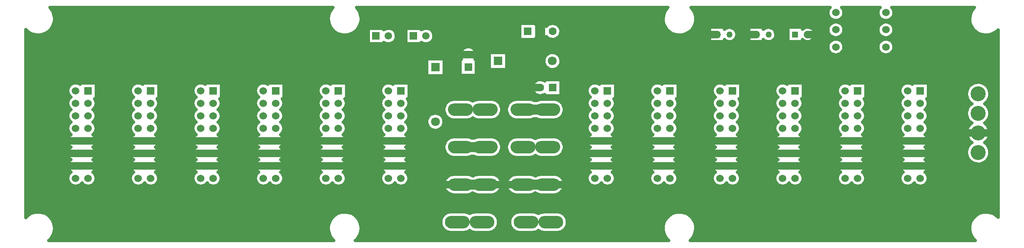
<source format=gtl>
G04 DipTrace 2.4.0.2*
%INbusboard_12_place_ext_workfinal.GTL*%
%MOMM*%
%ADD13C,2.032*%
%ADD14C,1.524*%
%ADD20C,1.6*%
%ADD22C,0.635*%
%ADD24R,1.524X1.524*%
%ADD25C,1.27*%
%ADD26R,1.27X1.27*%
%ADD28R,1.5X1.5*%
%ADD29C,1.5*%
%ADD30R,1.6X1.6*%
%ADD31C,1.6*%
%ADD32R,1.8X1.8*%
%ADD33C,1.8*%
%ADD34C,3.048*%
%ADD35C,1.524*%
%FSLAX53Y53*%
G04*
G71*
G90*
G75*
G01*
%LNTop*%
%LPD*%
X99535Y30320D2*
D13*
X104535D1*
X112235Y37940D2*
X117235D1*
X99535Y22700D2*
X104535D1*
X112235D2*
X117235D1*
X72230Y31590D2*
D14*
X74770D1*
X72230Y29050D2*
X74770D1*
X72230Y26510D2*
X74770D1*
X84930Y31590D2*
X87470D1*
X84930Y29050D2*
X87470D1*
X84930Y26510D2*
X87470D1*
X46830Y31590D2*
X49370D1*
X46830Y29050D2*
X49370D1*
X46830Y26510D2*
X49370D1*
X59530Y31590D2*
X62070D1*
X59530Y29050D2*
X62070D1*
X59530Y26510D2*
X62070D1*
X34130Y31590D2*
X36670D1*
X34130Y29050D2*
X36670D1*
X34130Y26510D2*
X36670D1*
X21430Y31590D2*
X23970D1*
X21430Y29050D2*
X23970D1*
X21430Y26510D2*
X23970D1*
X126840Y31590D2*
X129380D1*
X126840Y29050D2*
X129380D1*
X126840Y26510D2*
X129380D1*
X139540Y31590D2*
X142080D1*
X139540Y26510D2*
X142080D1*
X152240Y31590D2*
X154780D1*
X152240Y29050D2*
X154780D1*
X152240Y26510D2*
X154780D1*
X164940Y31590D2*
X167480D1*
X164940Y29050D2*
X167480D1*
X164940Y26510D2*
X167480D1*
X177640Y31590D2*
X180180D1*
X177640Y29050D2*
X180180D1*
X177640Y26510D2*
X180180D1*
X190340Y31590D2*
X192880D1*
X190340Y29050D2*
X192880D1*
X190340Y26510D2*
X192880D1*
X115728Y53815D2*
D20*
Y55403D1*
D13*
Y52228D1*
X139540Y29050D2*
D14*
X142080D1*
X16740Y58035D2*
D22*
X73108D1*
X78970D2*
X141053D1*
X146915D2*
X174113D1*
X177355D2*
X184273D1*
X187515D2*
X203283D1*
X17028Y57403D2*
X72830D1*
X79258D2*
X140775D1*
X147203D2*
X174073D1*
X177395D2*
X184233D1*
X187555D2*
X203005D1*
X17167Y56772D2*
X72681D1*
X79397D2*
X140626D1*
X147342D2*
X174301D1*
X177167D2*
X184461D1*
X187327D2*
X202856D1*
X17186Y56140D2*
X72662D1*
X79416D2*
X140607D1*
X147361D2*
X175045D1*
X176423D2*
X185205D1*
X186583D2*
X202837D1*
X17087Y55508D2*
X72771D1*
X79317D2*
X140716D1*
X147262D2*
X174827D1*
X176641D2*
X184987D1*
X186801D2*
X202946D1*
X16849Y54877D2*
X72999D1*
X79079D2*
X111476D1*
X119590D2*
X140944D1*
X147024D2*
X174242D1*
X177226D2*
X184402D1*
X187386D2*
X203174D1*
X16432Y54245D2*
X73416D1*
X78662D2*
X80728D1*
X85796D2*
X88348D1*
X93416D2*
X111476D1*
X119927D2*
X141361D1*
X146607D2*
X150052D1*
X155249D2*
X157990D1*
X163187D2*
X165927D1*
X171124D2*
X174063D1*
X177405D2*
X184223D1*
X187565D2*
X203591D1*
X11397Y53613D2*
X11870D1*
X15748D2*
X74100D1*
X77978D2*
X80728D1*
X86411D2*
X88348D1*
X94031D2*
X111476D1*
X119967D2*
X142045D1*
X145923D2*
X150052D1*
X155626D2*
X157990D1*
X163564D2*
X165927D1*
X171501D2*
X174143D1*
X177325D2*
X184303D1*
X187485D2*
X204275D1*
X208153D2*
X208601D1*
X11397Y52982D2*
X80728D1*
X86590D2*
X88348D1*
X94210D2*
X111476D1*
X119759D2*
X150052D1*
X155676D2*
X157990D1*
X163613D2*
X165927D1*
X171551D2*
X174539D1*
X176929D2*
X184699D1*
X187089D2*
X208601D1*
X11397Y52350D2*
X80728D1*
X86511D2*
X88348D1*
X94131D2*
X111476D1*
X116554D2*
X117439D1*
X119094D2*
X150052D1*
X155438D2*
X157990D1*
X163375D2*
X165927D1*
X171313D2*
X208601D1*
X11397Y51718D2*
X80728D1*
X86114D2*
X88348D1*
X93734D2*
X150052D1*
X153156D2*
X153813D1*
X154475D2*
X157990D1*
X161093D2*
X161750D1*
X162413D2*
X165927D1*
X169031D2*
X169688D1*
X170350D2*
X174470D1*
X176998D2*
X184630D1*
X187158D2*
X208601D1*
X11397Y51087D2*
X174123D1*
X177345D2*
X184283D1*
X187505D2*
X208601D1*
X11397Y50455D2*
X100185D1*
X102058D2*
X174073D1*
X177405D2*
X184233D1*
X187565D2*
X208601D1*
X11397Y49823D2*
X99600D1*
X102644D2*
X174281D1*
X177187D2*
X184441D1*
X187347D2*
X208601D1*
X11397Y49192D2*
X99411D1*
X102832D2*
X105344D1*
X108974D2*
X117102D1*
X119312D2*
X174966D1*
X176512D2*
X185126D1*
X186672D2*
X208601D1*
X11397Y48560D2*
X99480D1*
X102763D2*
X105344D1*
X108974D2*
X116576D1*
X119838D2*
X208601D1*
X11397Y47928D2*
X92644D1*
X96274D2*
X99411D1*
X102832D2*
X105344D1*
X108974D2*
X116397D1*
X120017D2*
X208601D1*
X11397Y47297D2*
X92644D1*
X96274D2*
X99411D1*
X102832D2*
X105344D1*
X108974D2*
X116457D1*
X119947D2*
X208601D1*
X11397Y46665D2*
X92644D1*
X96274D2*
X99411D1*
X102832D2*
X105344D1*
X108974D2*
X116794D1*
X119620D2*
X208601D1*
X11397Y46033D2*
X92644D1*
X96274D2*
X99411D1*
X102832D2*
X105344D1*
X108974D2*
X208601D1*
X11397Y45402D2*
X92644D1*
X96274D2*
X99411D1*
X102832D2*
X208601D1*
X11397Y44770D2*
X92644D1*
X96274D2*
X208601D1*
X11397Y44138D2*
X208601D1*
X11397Y43507D2*
X114453D1*
X119977D2*
X208601D1*
X11397Y42875D2*
X20215D1*
X25650D2*
X32915D1*
X38350D2*
X45615D1*
X51050D2*
X58315D1*
X63750D2*
X71015D1*
X76450D2*
X83715D1*
X89150D2*
X114085D1*
X119977D2*
X125625D1*
X131060D2*
X138325D1*
X143760D2*
X151025D1*
X156460D2*
X163725D1*
X169160D2*
X176425D1*
X181860D2*
X189125D1*
X194560D2*
X202966D1*
X206287D2*
X208601D1*
X11397Y42243D2*
X19828D1*
X25650D2*
X32528D1*
X38350D2*
X45228D1*
X51050D2*
X57928D1*
X63750D2*
X70628D1*
X76450D2*
X83328D1*
X89150D2*
X114016D1*
X119977D2*
X125238D1*
X131060D2*
X137938D1*
X143760D2*
X150638D1*
X156460D2*
X163338D1*
X169160D2*
X176038D1*
X181860D2*
X188738D1*
X194560D2*
X202479D1*
X206784D2*
X208601D1*
X11397Y41612D2*
X19758D1*
X25650D2*
X32458D1*
X38350D2*
X45158D1*
X51050D2*
X57858D1*
X63750D2*
X70558D1*
X76450D2*
X83258D1*
X89150D2*
X114205D1*
X119977D2*
X125168D1*
X131060D2*
X137868D1*
X143760D2*
X150568D1*
X156460D2*
X163268D1*
X169160D2*
X175968D1*
X181860D2*
X188668D1*
X194560D2*
X202241D1*
X207012D2*
X208601D1*
X11397Y40980D2*
X19947D1*
X25650D2*
X32647D1*
X38350D2*
X45347D1*
X51050D2*
X58047D1*
X63750D2*
X70747D1*
X76450D2*
X83447D1*
X89150D2*
X114800D1*
X119977D2*
X125357D1*
X131060D2*
X138057D1*
X143760D2*
X150757D1*
X156460D2*
X163457D1*
X169160D2*
X176157D1*
X181860D2*
X188857D1*
X194560D2*
X202192D1*
X207061D2*
X208601D1*
X11397Y40348D2*
X20225D1*
X25650D2*
X32925D1*
X38350D2*
X45625D1*
X51050D2*
X58325D1*
X63750D2*
X71025D1*
X76450D2*
X83725D1*
X89150D2*
X125635D1*
X131060D2*
X138335D1*
X143760D2*
X151035D1*
X156460D2*
X163735D1*
X169160D2*
X176435D1*
X181860D2*
X189135D1*
X194560D2*
X202321D1*
X206942D2*
X208601D1*
X11397Y39717D2*
X19838D1*
X25560D2*
X32538D1*
X38260D2*
X45238D1*
X50960D2*
X57938D1*
X63660D2*
X70638D1*
X76360D2*
X83338D1*
X89060D2*
X97079D1*
X106989D2*
X109779D1*
X119689D2*
X125248D1*
X130970D2*
X137948D1*
X143670D2*
X150648D1*
X156370D2*
X163348D1*
X169070D2*
X176048D1*
X181770D2*
X188748D1*
X194470D2*
X202648D1*
X206615D2*
X208601D1*
X11397Y39085D2*
X19758D1*
X25640D2*
X32458D1*
X38340D2*
X45158D1*
X51040D2*
X57858D1*
X63740D2*
X70558D1*
X76440D2*
X83258D1*
X89140D2*
X96425D1*
X107654D2*
X109125D1*
X120354D2*
X125168D1*
X131050D2*
X137868D1*
X143750D2*
X150568D1*
X156450D2*
X163268D1*
X169150D2*
X175968D1*
X181850D2*
X188668D1*
X194550D2*
X203184D1*
X206069D2*
X208601D1*
X11397Y38453D2*
X19947D1*
X25461D2*
X32647D1*
X38161D2*
X45347D1*
X50861D2*
X58047D1*
X63561D2*
X70747D1*
X76261D2*
X83447D1*
X88961D2*
X96157D1*
X107922D2*
X108857D1*
X120622D2*
X125357D1*
X130871D2*
X138057D1*
X143571D2*
X150757D1*
X156271D2*
X163457D1*
X168971D2*
X176157D1*
X181671D2*
X188857D1*
X194371D2*
X202579D1*
X206674D2*
X208601D1*
X11397Y37822D2*
X20234D1*
X25164D2*
X32934D1*
X37864D2*
X45634D1*
X50564D2*
X58334D1*
X63264D2*
X71034D1*
X75964D2*
X83734D1*
X88664D2*
X96097D1*
X107972D2*
X108797D1*
X120672D2*
X125644D1*
X130574D2*
X138344D1*
X143274D2*
X151044D1*
X155974D2*
X163744D1*
X168674D2*
X176444D1*
X181374D2*
X189144D1*
X194074D2*
X202281D1*
X206972D2*
X208601D1*
X11397Y37190D2*
X19838D1*
X25560D2*
X32538D1*
X38260D2*
X45238D1*
X50960D2*
X57938D1*
X63660D2*
X70638D1*
X76360D2*
X83338D1*
X89060D2*
X94103D1*
X94805D2*
X96236D1*
X107833D2*
X108936D1*
X120533D2*
X125248D1*
X130970D2*
X137948D1*
X143670D2*
X150648D1*
X156370D2*
X163348D1*
X169070D2*
X176048D1*
X181770D2*
X188748D1*
X194470D2*
X202192D1*
X207061D2*
X208601D1*
X11397Y36558D2*
X19758D1*
X25640D2*
X32458D1*
X38340D2*
X45158D1*
X51040D2*
X57858D1*
X63740D2*
X70558D1*
X76440D2*
X83258D1*
X89140D2*
X93021D1*
X95887D2*
X96623D1*
X107456D2*
X109323D1*
X120156D2*
X125168D1*
X131050D2*
X137868D1*
X143750D2*
X150568D1*
X156450D2*
X163268D1*
X169150D2*
X175968D1*
X181850D2*
X188668D1*
X194550D2*
X202261D1*
X206992D2*
X208601D1*
X11397Y35927D2*
X19937D1*
X25461D2*
X32637D1*
X38161D2*
X45337D1*
X50861D2*
X58037D1*
X63561D2*
X70737D1*
X76261D2*
X83437D1*
X88961D2*
X92704D1*
X96204D2*
X97546D1*
X101532D2*
X102536D1*
X106533D2*
X110246D1*
X114232D2*
X115236D1*
X119233D2*
X125347D1*
X130871D2*
X138047D1*
X143571D2*
X150747D1*
X156271D2*
X163447D1*
X168971D2*
X176147D1*
X181671D2*
X188847D1*
X194371D2*
X202529D1*
X206724D2*
X208601D1*
X11397Y35295D2*
X20254D1*
X25144D2*
X32954D1*
X37844D2*
X45654D1*
X50544D2*
X58354D1*
X63244D2*
X71054D1*
X75944D2*
X83754D1*
X88644D2*
X92644D1*
X96264D2*
X125664D1*
X130554D2*
X138364D1*
X143254D2*
X151064D1*
X155954D2*
X163764D1*
X168654D2*
X176464D1*
X181354D2*
X189164D1*
X194054D2*
X203085D1*
X206168D2*
X208601D1*
X11397Y34663D2*
X19847D1*
X25551D2*
X32547D1*
X38251D2*
X45247D1*
X50951D2*
X57947D1*
X63651D2*
X70647D1*
X76351D2*
X83347D1*
X89051D2*
X92833D1*
X96075D2*
X125257D1*
X130961D2*
X137957D1*
X143661D2*
X150657D1*
X156361D2*
X163357D1*
X169061D2*
X176057D1*
X181761D2*
X188757D1*
X194461D2*
X202698D1*
X206555D2*
X208601D1*
X11397Y34032D2*
X19758D1*
X25640D2*
X32458D1*
X38340D2*
X45158D1*
X51040D2*
X57858D1*
X63740D2*
X70558D1*
X76440D2*
X83258D1*
X89140D2*
X93378D1*
X95530D2*
X125168D1*
X131050D2*
X137868D1*
X143750D2*
X150568D1*
X156450D2*
X163268D1*
X169150D2*
X175968D1*
X181850D2*
X188668D1*
X194550D2*
X202341D1*
X206913D2*
X208601D1*
X11397Y33400D2*
X19927D1*
X25471D2*
X32627D1*
X38171D2*
X45327D1*
X50871D2*
X58027D1*
X63571D2*
X70727D1*
X76271D2*
X83427D1*
X88971D2*
X125337D1*
X130881D2*
X138037D1*
X143581D2*
X150737D1*
X156281D2*
X163437D1*
X168981D2*
X176137D1*
X181681D2*
X188837D1*
X194381D2*
X202202D1*
X207051D2*
X208601D1*
X11397Y32768D2*
X20264D1*
X25134D2*
X32964D1*
X37834D2*
X45664D1*
X50534D2*
X58364D1*
X63234D2*
X71064D1*
X75934D2*
X83764D1*
X88634D2*
X125674D1*
X130544D2*
X138374D1*
X143244D2*
X151074D1*
X155944D2*
X163774D1*
X168644D2*
X176474D1*
X181344D2*
X189174D1*
X194044D2*
X202231D1*
X207032D2*
X208601D1*
X11397Y32137D2*
X19847D1*
X25551D2*
X32547D1*
X38251D2*
X45247D1*
X50951D2*
X57947D1*
X63651D2*
X70647D1*
X76351D2*
X83347D1*
X89051D2*
X97149D1*
X106930D2*
X109849D1*
X114629D2*
X114843D1*
X119630D2*
X125257D1*
X130961D2*
X137957D1*
X143661D2*
X150657D1*
X156361D2*
X163357D1*
X169061D2*
X176057D1*
X181761D2*
X188757D1*
X194461D2*
X202440D1*
X206823D2*
X208601D1*
X11397Y31505D2*
X19758D1*
X25640D2*
X32458D1*
X38340D2*
X45158D1*
X51040D2*
X57858D1*
X63740D2*
X70558D1*
X76440D2*
X83258D1*
X89140D2*
X96454D1*
X107614D2*
X109154D1*
X120314D2*
X125168D1*
X131050D2*
X137868D1*
X143750D2*
X150568D1*
X156450D2*
X163268D1*
X169150D2*
X175968D1*
X181850D2*
X188668D1*
X194550D2*
X202896D1*
X206367D2*
X208601D1*
X11397Y30873D2*
X19927D1*
X25481D2*
X32627D1*
X38181D2*
X45327D1*
X50881D2*
X58027D1*
X63581D2*
X70727D1*
X76281D2*
X83427D1*
X88981D2*
X96167D1*
X107902D2*
X108867D1*
X120602D2*
X125337D1*
X130891D2*
X138037D1*
X143591D2*
X150737D1*
X156291D2*
X163437D1*
X168991D2*
X176137D1*
X181691D2*
X188837D1*
X194391D2*
X202856D1*
X206407D2*
X208601D1*
X11397Y30242D2*
X20284D1*
X25124D2*
X32984D1*
X37824D2*
X45684D1*
X50524D2*
X58384D1*
X63224D2*
X71084D1*
X75924D2*
X83784D1*
X88624D2*
X96097D1*
X107972D2*
X108797D1*
X120672D2*
X125694D1*
X130534D2*
X138394D1*
X143234D2*
X151094D1*
X155934D2*
X163794D1*
X168634D2*
X176494D1*
X181334D2*
X189194D1*
X194034D2*
X202420D1*
X206843D2*
X208601D1*
X11397Y29610D2*
X19857D1*
X25551D2*
X32557D1*
X38251D2*
X45257D1*
X50951D2*
X57957D1*
X63651D2*
X70657D1*
X76351D2*
X83357D1*
X89051D2*
X96226D1*
X107843D2*
X108926D1*
X120543D2*
X125267D1*
X130961D2*
X137967D1*
X143661D2*
X150667D1*
X156361D2*
X163367D1*
X169061D2*
X176067D1*
X181761D2*
X188767D1*
X194461D2*
X202221D1*
X207032D2*
X208601D1*
X11397Y28978D2*
X19758D1*
X25640D2*
X32458D1*
X38340D2*
X45158D1*
X51040D2*
X57858D1*
X63740D2*
X70558D1*
X76440D2*
X83258D1*
X89140D2*
X96583D1*
X107485D2*
X109283D1*
X120185D2*
X125168D1*
X131050D2*
X137868D1*
X143750D2*
X150568D1*
X156450D2*
X163268D1*
X169150D2*
X175968D1*
X181850D2*
X188668D1*
X194550D2*
X202202D1*
X207051D2*
X208601D1*
X11397Y28347D2*
X19917D1*
X25481D2*
X32617D1*
X38181D2*
X45317D1*
X50881D2*
X58017D1*
X63581D2*
X70717D1*
X76281D2*
X83417D1*
X88981D2*
X97427D1*
X101641D2*
X102427D1*
X106642D2*
X110127D1*
X114341D2*
X115127D1*
X119342D2*
X125327D1*
X130891D2*
X138027D1*
X143591D2*
X150727D1*
X156291D2*
X163427D1*
X168991D2*
X176127D1*
X181691D2*
X188827D1*
X194391D2*
X202360D1*
X206893D2*
X208601D1*
X11397Y27715D2*
X20294D1*
X25104D2*
X32994D1*
X37804D2*
X45694D1*
X50504D2*
X58394D1*
X63204D2*
X71094D1*
X75904D2*
X83794D1*
X88604D2*
X125704D1*
X130514D2*
X138404D1*
X143214D2*
X151104D1*
X155914D2*
X163804D1*
X168614D2*
X176504D1*
X181314D2*
X189204D1*
X194014D2*
X202737D1*
X206526D2*
X208601D1*
X11397Y27083D2*
X19857D1*
X25541D2*
X32557D1*
X38241D2*
X45257D1*
X50941D2*
X57957D1*
X63641D2*
X70657D1*
X76341D2*
X83357D1*
X89041D2*
X125267D1*
X130951D2*
X137967D1*
X143651D2*
X150667D1*
X156351D2*
X163367D1*
X169051D2*
X176067D1*
X181751D2*
X188767D1*
X194451D2*
X203541D1*
X205712D2*
X208601D1*
X11397Y26452D2*
X19758D1*
X25650D2*
X32458D1*
X38350D2*
X45158D1*
X51050D2*
X57858D1*
X63750D2*
X70558D1*
X76450D2*
X83258D1*
X89150D2*
X125168D1*
X131060D2*
X137868D1*
X143760D2*
X150568D1*
X156460D2*
X163268D1*
X169160D2*
X175968D1*
X181860D2*
X188668D1*
X194560D2*
X208601D1*
X11397Y25820D2*
X19907D1*
X25491D2*
X32607D1*
X38191D2*
X45307D1*
X50891D2*
X58007D1*
X63591D2*
X70707D1*
X76291D2*
X83407D1*
X88991D2*
X125317D1*
X130901D2*
X138017D1*
X143601D2*
X150717D1*
X156301D2*
X163417D1*
X169001D2*
X176117D1*
X181701D2*
X188817D1*
X194401D2*
X208601D1*
X11397Y25188D2*
X20314D1*
X25094D2*
X33014D1*
X37794D2*
X45714D1*
X50494D2*
X58414D1*
X63194D2*
X71114D1*
X75894D2*
X83814D1*
X88594D2*
X125724D1*
X130504D2*
X138424D1*
X143204D2*
X151124D1*
X155904D2*
X163824D1*
X168604D2*
X176524D1*
X181304D2*
X189224D1*
X194004D2*
X208601D1*
X11397Y24557D2*
X19867D1*
X25531D2*
X32567D1*
X38231D2*
X45267D1*
X50931D2*
X57967D1*
X63631D2*
X70667D1*
X76331D2*
X83367D1*
X89031D2*
X97218D1*
X101860D2*
X102219D1*
X106860D2*
X109918D1*
X114560D2*
X114919D1*
X119560D2*
X125277D1*
X130941D2*
X137977D1*
X143641D2*
X150677D1*
X156341D2*
X163377D1*
X169041D2*
X176077D1*
X181741D2*
X188777D1*
X194441D2*
X208601D1*
X11397Y23925D2*
X19758D1*
X25650D2*
X32458D1*
X38350D2*
X45158D1*
X51050D2*
X57858D1*
X63750D2*
X70558D1*
X76450D2*
X83258D1*
X89150D2*
X96484D1*
X107585D2*
X109184D1*
X120285D2*
X125168D1*
X131060D2*
X137868D1*
X143760D2*
X150568D1*
X156460D2*
X163268D1*
X169160D2*
X175968D1*
X181860D2*
X188668D1*
X194560D2*
X208601D1*
X11397Y23293D2*
X19907D1*
X25501D2*
X32607D1*
X38201D2*
X45307D1*
X50901D2*
X58007D1*
X63601D2*
X70707D1*
X76301D2*
X83407D1*
X89001D2*
X96176D1*
X107892D2*
X108876D1*
X120592D2*
X125317D1*
X130911D2*
X138017D1*
X143611D2*
X150717D1*
X156311D2*
X163417D1*
X169011D2*
X176117D1*
X181711D2*
X188817D1*
X194411D2*
X208601D1*
X11397Y22662D2*
X20423D1*
X22435D2*
X22963D1*
X24975D2*
X33123D1*
X35135D2*
X35663D1*
X37675D2*
X45823D1*
X47835D2*
X48363D1*
X50375D2*
X58523D1*
X60535D2*
X61063D1*
X63075D2*
X71223D1*
X73235D2*
X73763D1*
X75775D2*
X83923D1*
X85935D2*
X86463D1*
X88475D2*
X96097D1*
X107972D2*
X108797D1*
X120672D2*
X125833D1*
X127845D2*
X128373D1*
X130385D2*
X138533D1*
X140545D2*
X141073D1*
X143085D2*
X151233D1*
X153245D2*
X153773D1*
X155785D2*
X163933D1*
X165945D2*
X166473D1*
X168485D2*
X176633D1*
X178645D2*
X179173D1*
X181185D2*
X189333D1*
X191345D2*
X191873D1*
X193885D2*
X208601D1*
X11397Y22030D2*
X96206D1*
X107862D2*
X108906D1*
X120562D2*
X208601D1*
X11397Y21398D2*
X96553D1*
X107515D2*
X109253D1*
X120215D2*
X208601D1*
X11397Y20767D2*
X97347D1*
X101721D2*
X102348D1*
X106721D2*
X110047D1*
X114421D2*
X115048D1*
X119421D2*
X208601D1*
X11397Y20135D2*
X208601D1*
X11397Y19503D2*
X208601D1*
X11397Y18872D2*
X208601D1*
X11397Y18240D2*
X208601D1*
X11397Y17608D2*
X208601D1*
X11397Y16977D2*
X12743D1*
X14875D2*
X74973D1*
X77105D2*
X96653D1*
X101155D2*
X101653D1*
X106156D2*
X110623D1*
X115125D2*
X115623D1*
X120126D2*
X142918D1*
X145050D2*
X205148D1*
X207280D2*
X208601D1*
X11397Y16345D2*
X11602D1*
X16016D2*
X73832D1*
X78246D2*
X95889D1*
X106920D2*
X109859D1*
X120890D2*
X141777D1*
X146191D2*
X204007D1*
X16591Y15713D2*
X73257D1*
X78821D2*
X95561D1*
X107237D2*
X109531D1*
X121207D2*
X141202D1*
X146766D2*
X203432D1*
X16938Y15082D2*
X72910D1*
X79168D2*
X95462D1*
X107337D2*
X109432D1*
X121307D2*
X140855D1*
X147113D2*
X203085D1*
X17127Y14450D2*
X72721D1*
X79357D2*
X95561D1*
X107237D2*
X109531D1*
X121207D2*
X140666D1*
X147302D2*
X202896D1*
X17196Y13818D2*
X72652D1*
X79426D2*
X95879D1*
X106920D2*
X109849D1*
X120890D2*
X140597D1*
X147371D2*
X202827D1*
X17137Y13187D2*
X72711D1*
X79367D2*
X96643D1*
X101155D2*
X101643D1*
X106156D2*
X110613D1*
X115125D2*
X115613D1*
X120126D2*
X140656D1*
X147312D2*
X202886D1*
X16948Y12555D2*
X72900D1*
X79178D2*
X140845D1*
X147123D2*
X203075D1*
X16601Y11923D2*
X73247D1*
X78831D2*
X141192D1*
X146776D2*
X203422D1*
X130962Y38895D2*
X130870Y38591D1*
X130720Y38312D1*
X130518Y38067D1*
X130372Y37948D1*
X130536Y37794D1*
X130734Y37547D1*
X130879Y37265D1*
X130967Y36960D1*
X130993Y36670D1*
X130962Y36355D1*
X130870Y36051D1*
X130720Y35772D1*
X130518Y35527D1*
X130372Y35408D1*
X130536Y35254D1*
X130734Y35007D1*
X130879Y34725D1*
X130967Y34420D1*
X130993Y34130D1*
X130962Y33815D1*
X130870Y33511D1*
X130720Y33232D1*
X130518Y32987D1*
X130372Y32868D1*
X130621Y32620D1*
X130799Y32357D1*
X130921Y32065D1*
X130985Y31754D1*
X130988Y31463D1*
X130932Y31151D1*
X130816Y30856D1*
X130645Y30589D1*
X130425Y30361D1*
X130374Y30320D1*
X130621Y30080D1*
X130799Y29817D1*
X130921Y29525D1*
X130985Y29214D1*
X130988Y28923D1*
X130932Y28611D1*
X130816Y28316D1*
X130645Y28049D1*
X130425Y27821D1*
X130374Y27780D1*
X130621Y27540D1*
X130799Y27277D1*
X130921Y26985D1*
X130985Y26674D1*
X130988Y26383D1*
X130932Y26071D1*
X130816Y25776D1*
X130645Y25509D1*
X130425Y25281D1*
X130374Y25240D1*
X130536Y25094D1*
X130734Y24847D1*
X130879Y24565D1*
X130967Y24260D1*
X130993Y23970D1*
X130962Y23655D1*
X130870Y23351D1*
X130720Y23072D1*
X130518Y22827D1*
X130273Y22627D1*
X129993Y22478D1*
X129689Y22387D1*
X129374Y22357D1*
X129058Y22390D1*
X128755Y22483D1*
X128477Y22634D1*
X128233Y22836D1*
X128114Y22983D1*
X127978Y22827D1*
X127733Y22627D1*
X127453Y22478D1*
X127149Y22387D1*
X126834Y22357D1*
X126518Y22390D1*
X126215Y22483D1*
X125937Y22634D1*
X125693Y22836D1*
X125493Y23083D1*
X125346Y23363D1*
X125256Y23667D1*
X125227Y23983D1*
X125261Y24298D1*
X125356Y24601D1*
X125508Y24879D1*
X125711Y25122D1*
X125858Y25240D1*
X125693Y25376D1*
X125493Y25623D1*
X125346Y25903D1*
X125256Y26207D1*
X125227Y26523D1*
X125261Y26838D1*
X125356Y27141D1*
X125508Y27419D1*
X125711Y27662D1*
X125847Y27781D1*
X125649Y27962D1*
X125459Y28216D1*
X125323Y28503D1*
X125245Y28810D1*
X125229Y29126D1*
X125275Y29440D1*
X125381Y29739D1*
X125544Y30011D1*
X125757Y30245D1*
X125847Y30321D1*
X125649Y30502D1*
X125459Y30756D1*
X125323Y31043D1*
X125245Y31350D1*
X125229Y31666D1*
X125275Y31980D1*
X125381Y32279D1*
X125544Y32551D1*
X125757Y32785D1*
X125847Y32861D1*
X125693Y32996D1*
X125493Y33243D1*
X125346Y33523D1*
X125256Y33827D1*
X125227Y34143D1*
X125261Y34458D1*
X125356Y34761D1*
X125508Y35039D1*
X125711Y35282D1*
X125858Y35400D1*
X125693Y35536D1*
X125493Y35783D1*
X125346Y36063D1*
X125256Y36367D1*
X125227Y36683D1*
X125261Y36998D1*
X125356Y37301D1*
X125508Y37579D1*
X125711Y37822D1*
X125858Y37940D1*
X125693Y38076D1*
X125493Y38323D1*
X125346Y38603D1*
X125256Y38907D1*
X125227Y39223D1*
X125261Y39538D1*
X125356Y39841D1*
X125508Y40119D1*
X125711Y40362D1*
X125858Y40480D1*
X125693Y40616D1*
X125493Y40863D1*
X125346Y41143D1*
X125256Y41447D1*
X125227Y41763D1*
X125261Y42078D1*
X125356Y42381D1*
X125508Y42659D1*
X125711Y42902D1*
X125958Y43100D1*
X126239Y43247D1*
X126544Y43335D1*
X126859Y43363D1*
X127174Y43328D1*
X127477Y43232D1*
X127762Y43072D1*
X127767Y43363D1*
X130993D1*
Y40137D1*
X130705D1*
X130879Y39805D1*
X130967Y39500D1*
X130993Y39210D1*
X130962Y38895D1*
X38252D2*
X38160Y38591D1*
X38010Y38312D1*
X37808Y38067D1*
X37662Y37948D1*
X37826Y37794D1*
X38024Y37547D1*
X38169Y37265D1*
X38257Y36960D1*
X38283Y36670D1*
X38252Y36355D1*
X38160Y36051D1*
X38010Y35772D1*
X37808Y35527D1*
X37662Y35408D1*
X37826Y35254D1*
X38024Y35007D1*
X38169Y34725D1*
X38257Y34420D1*
X38283Y34130D1*
X38252Y33815D1*
X38160Y33511D1*
X38010Y33232D1*
X37808Y32987D1*
X37662Y32868D1*
X37911Y32620D1*
X38089Y32357D1*
X38211Y32065D1*
X38275Y31754D1*
X38278Y31463D1*
X38222Y31151D1*
X38106Y30856D1*
X37935Y30589D1*
X37715Y30361D1*
X37664Y30320D1*
X37911Y30080D1*
X38089Y29817D1*
X38211Y29525D1*
X38275Y29214D1*
X38278Y28923D1*
X38222Y28611D1*
X38106Y28316D1*
X37935Y28049D1*
X37715Y27821D1*
X37664Y27780D1*
X37911Y27540D1*
X38089Y27277D1*
X38211Y26985D1*
X38275Y26674D1*
X38278Y26383D1*
X38222Y26071D1*
X38106Y25776D1*
X37935Y25509D1*
X37715Y25281D1*
X37664Y25240D1*
X37826Y25094D1*
X38024Y24847D1*
X38169Y24565D1*
X38257Y24260D1*
X38283Y23970D1*
X38252Y23655D1*
X38160Y23351D1*
X38010Y23072D1*
X37808Y22827D1*
X37563Y22627D1*
X37283Y22478D1*
X36979Y22387D1*
X36664Y22357D1*
X36348Y22390D1*
X36045Y22483D1*
X35767Y22634D1*
X35523Y22836D1*
X35404Y22983D1*
X35268Y22827D1*
X35023Y22627D1*
X34743Y22478D1*
X34439Y22387D1*
X34124Y22357D1*
X33808Y22390D1*
X33505Y22483D1*
X33227Y22634D1*
X32983Y22836D1*
X32783Y23083D1*
X32636Y23363D1*
X32546Y23667D1*
X32517Y23983D1*
X32551Y24298D1*
X32646Y24601D1*
X32798Y24879D1*
X33001Y25122D1*
X33148Y25240D1*
X32983Y25376D1*
X32783Y25623D1*
X32636Y25903D1*
X32546Y26207D1*
X32517Y26523D1*
X32551Y26838D1*
X32646Y27141D1*
X32798Y27419D1*
X33001Y27662D1*
X33137Y27781D1*
X32939Y27962D1*
X32749Y28216D1*
X32613Y28503D1*
X32535Y28810D1*
X32519Y29126D1*
X32565Y29440D1*
X32671Y29739D1*
X32834Y30011D1*
X33047Y30245D1*
X33137Y30321D1*
X32939Y30502D1*
X32749Y30756D1*
X32613Y31043D1*
X32535Y31350D1*
X32519Y31666D1*
X32565Y31980D1*
X32671Y32279D1*
X32834Y32551D1*
X33047Y32785D1*
X33137Y32861D1*
X32983Y32996D1*
X32783Y33243D1*
X32636Y33523D1*
X32546Y33827D1*
X32517Y34143D1*
X32551Y34458D1*
X32646Y34761D1*
X32798Y35039D1*
X33001Y35282D1*
X33148Y35400D1*
X32983Y35536D1*
X32783Y35783D1*
X32636Y36063D1*
X32546Y36367D1*
X32517Y36683D1*
X32551Y36998D1*
X32646Y37301D1*
X32798Y37579D1*
X33001Y37822D1*
X33148Y37940D1*
X32983Y38076D1*
X32783Y38323D1*
X32636Y38603D1*
X32546Y38907D1*
X32517Y39223D1*
X32551Y39538D1*
X32646Y39841D1*
X32798Y40119D1*
X33001Y40362D1*
X33148Y40480D1*
X32983Y40616D1*
X32783Y40863D1*
X32636Y41143D1*
X32546Y41447D1*
X32517Y41763D1*
X32551Y42078D1*
X32646Y42381D1*
X32798Y42659D1*
X33001Y42902D1*
X33248Y43100D1*
X33529Y43247D1*
X33834Y43335D1*
X34149Y43363D1*
X34464Y43328D1*
X34767Y43232D1*
X35052Y43072D1*
X35057Y43363D1*
X38283D1*
Y40137D1*
X37995D1*
X38169Y39805D1*
X38257Y39500D1*
X38283Y39210D1*
X38252Y38895D1*
X89052D2*
X88960Y38591D1*
X88810Y38312D1*
X88608Y38067D1*
X88462Y37948D1*
X88626Y37794D1*
X88824Y37547D1*
X88969Y37265D1*
X89057Y36960D1*
X89083Y36670D1*
X89052Y36355D1*
X88960Y36051D1*
X88810Y35772D1*
X88608Y35527D1*
X88462Y35408D1*
X88626Y35254D1*
X88824Y35007D1*
X88969Y34725D1*
X89057Y34420D1*
X89083Y34130D1*
X89052Y33815D1*
X88960Y33511D1*
X88810Y33232D1*
X88608Y32987D1*
X88462Y32868D1*
X88711Y32620D1*
X88889Y32357D1*
X89011Y32065D1*
X89075Y31754D1*
X89078Y31463D1*
X89022Y31151D1*
X88906Y30856D1*
X88735Y30589D1*
X88515Y30361D1*
X88464Y30320D1*
X88711Y30080D1*
X88889Y29817D1*
X89011Y29525D1*
X89075Y29214D1*
X89078Y28923D1*
X89022Y28611D1*
X88906Y28316D1*
X88735Y28049D1*
X88515Y27821D1*
X88464Y27780D1*
X88711Y27540D1*
X88889Y27277D1*
X89011Y26985D1*
X89075Y26674D1*
X89078Y26383D1*
X89022Y26071D1*
X88906Y25776D1*
X88735Y25509D1*
X88515Y25281D1*
X88464Y25240D1*
X88626Y25094D1*
X88824Y24847D1*
X88969Y24565D1*
X89057Y24260D1*
X89083Y23970D1*
X89052Y23655D1*
X88960Y23351D1*
X88810Y23072D1*
X88608Y22827D1*
X88363Y22627D1*
X88083Y22478D1*
X87779Y22387D1*
X87464Y22357D1*
X87148Y22390D1*
X86845Y22483D1*
X86567Y22634D1*
X86323Y22836D1*
X86204Y22983D1*
X86068Y22827D1*
X85823Y22627D1*
X85543Y22478D1*
X85239Y22387D1*
X84924Y22357D1*
X84608Y22390D1*
X84305Y22483D1*
X84027Y22634D1*
X83783Y22836D1*
X83583Y23083D1*
X83436Y23363D1*
X83346Y23667D1*
X83317Y23983D1*
X83351Y24298D1*
X83446Y24601D1*
X83598Y24879D1*
X83801Y25122D1*
X83948Y25240D1*
X83783Y25376D1*
X83583Y25623D1*
X83436Y25903D1*
X83346Y26207D1*
X83317Y26523D1*
X83351Y26838D1*
X83446Y27141D1*
X83598Y27419D1*
X83801Y27662D1*
X83937Y27781D1*
X83739Y27962D1*
X83549Y28216D1*
X83413Y28503D1*
X83335Y28810D1*
X83319Y29126D1*
X83365Y29440D1*
X83471Y29739D1*
X83634Y30011D1*
X83847Y30245D1*
X83937Y30321D1*
X83739Y30502D1*
X83549Y30756D1*
X83413Y31043D1*
X83335Y31350D1*
X83319Y31666D1*
X83365Y31980D1*
X83471Y32279D1*
X83634Y32551D1*
X83847Y32785D1*
X83937Y32861D1*
X83783Y32996D1*
X83583Y33243D1*
X83436Y33523D1*
X83346Y33827D1*
X83317Y34143D1*
X83351Y34458D1*
X83446Y34761D1*
X83598Y35039D1*
X83801Y35282D1*
X83948Y35400D1*
X83783Y35536D1*
X83583Y35783D1*
X83436Y36063D1*
X83346Y36367D1*
X83317Y36683D1*
X83351Y36998D1*
X83446Y37301D1*
X83598Y37579D1*
X83801Y37822D1*
X83948Y37940D1*
X83783Y38076D1*
X83583Y38323D1*
X83436Y38603D1*
X83346Y38907D1*
X83317Y39223D1*
X83351Y39538D1*
X83446Y39841D1*
X83598Y40119D1*
X83801Y40362D1*
X83948Y40480D1*
X83783Y40616D1*
X83583Y40863D1*
X83436Y41143D1*
X83346Y41447D1*
X83317Y41763D1*
X83351Y42078D1*
X83446Y42381D1*
X83598Y42659D1*
X83801Y42902D1*
X84048Y43100D1*
X84329Y43247D1*
X84634Y43335D1*
X84949Y43363D1*
X85264Y43328D1*
X85567Y43232D1*
X85852Y43072D1*
X85857Y43363D1*
X89083D1*
Y40137D1*
X88795D1*
X88969Y39805D1*
X89057Y39500D1*
X89083Y39210D1*
X89052Y38895D1*
X181762D2*
X181670Y38591D1*
X181520Y38312D1*
X181318Y38067D1*
X181172Y37948D1*
X181336Y37794D1*
X181534Y37547D1*
X181679Y37265D1*
X181767Y36960D1*
X181793Y36670D1*
X181762Y36355D1*
X181670Y36051D1*
X181520Y35772D1*
X181318Y35527D1*
X181172Y35408D1*
X181336Y35254D1*
X181534Y35007D1*
X181679Y34725D1*
X181767Y34420D1*
X181793Y34130D1*
X181762Y33815D1*
X181670Y33511D1*
X181520Y33232D1*
X181318Y32987D1*
X181172Y32868D1*
X181421Y32620D1*
X181599Y32357D1*
X181721Y32065D1*
X181785Y31754D1*
X181788Y31463D1*
X181732Y31151D1*
X181616Y30856D1*
X181445Y30589D1*
X181225Y30361D1*
X181174Y30320D1*
X181421Y30080D1*
X181599Y29817D1*
X181721Y29525D1*
X181785Y29214D1*
X181788Y28923D1*
X181732Y28611D1*
X181616Y28316D1*
X181445Y28049D1*
X181225Y27821D1*
X181174Y27780D1*
X181421Y27540D1*
X181599Y27277D1*
X181721Y26985D1*
X181785Y26674D1*
X181788Y26383D1*
X181732Y26071D1*
X181616Y25776D1*
X181445Y25509D1*
X181225Y25281D1*
X181174Y25240D1*
X181336Y25094D1*
X181534Y24847D1*
X181679Y24565D1*
X181767Y24260D1*
X181793Y23970D1*
X181762Y23655D1*
X181670Y23351D1*
X181520Y23072D1*
X181318Y22827D1*
X181073Y22627D1*
X180793Y22478D1*
X180489Y22387D1*
X180174Y22357D1*
X179858Y22390D1*
X179555Y22483D1*
X179277Y22634D1*
X179033Y22836D1*
X178914Y22983D1*
X178778Y22827D1*
X178533Y22627D1*
X178253Y22478D1*
X177949Y22387D1*
X177634Y22357D1*
X177318Y22390D1*
X177015Y22483D1*
X176737Y22634D1*
X176493Y22836D1*
X176293Y23083D1*
X176146Y23363D1*
X176056Y23667D1*
X176027Y23983D1*
X176061Y24298D1*
X176156Y24601D1*
X176308Y24879D1*
X176511Y25122D1*
X176658Y25240D1*
X176493Y25376D1*
X176293Y25623D1*
X176146Y25903D1*
X176056Y26207D1*
X176027Y26523D1*
X176061Y26838D1*
X176156Y27141D1*
X176308Y27419D1*
X176511Y27662D1*
X176647Y27781D1*
X176449Y27962D1*
X176259Y28216D1*
X176123Y28503D1*
X176045Y28810D1*
X176029Y29126D1*
X176075Y29440D1*
X176181Y29739D1*
X176344Y30011D1*
X176557Y30245D1*
X176647Y30321D1*
X176449Y30502D1*
X176259Y30756D1*
X176123Y31043D1*
X176045Y31350D1*
X176029Y31666D1*
X176075Y31980D1*
X176181Y32279D1*
X176344Y32551D1*
X176557Y32785D1*
X176647Y32861D1*
X176493Y32996D1*
X176293Y33243D1*
X176146Y33523D1*
X176056Y33827D1*
X176027Y34143D1*
X176061Y34458D1*
X176156Y34761D1*
X176308Y35039D1*
X176511Y35282D1*
X176658Y35400D1*
X176493Y35536D1*
X176293Y35783D1*
X176146Y36063D1*
X176056Y36367D1*
X176027Y36683D1*
X176061Y36998D1*
X176156Y37301D1*
X176308Y37579D1*
X176511Y37822D1*
X176658Y37940D1*
X176493Y38076D1*
X176293Y38323D1*
X176146Y38603D1*
X176056Y38907D1*
X176027Y39223D1*
X176061Y39538D1*
X176156Y39841D1*
X176308Y40119D1*
X176511Y40362D1*
X176658Y40480D1*
X176493Y40616D1*
X176293Y40863D1*
X176146Y41143D1*
X176056Y41447D1*
X176027Y41763D1*
X176061Y42078D1*
X176156Y42381D1*
X176308Y42659D1*
X176511Y42902D1*
X176758Y43100D1*
X177039Y43247D1*
X177344Y43335D1*
X177659Y43363D1*
X177974Y43328D1*
X178277Y43232D1*
X178562Y43072D1*
X178567Y43363D1*
X181793D1*
Y40137D1*
X181505D1*
X181679Y39805D1*
X181767Y39500D1*
X181793Y39210D1*
X181762Y38895D1*
X169062D2*
X168970Y38591D1*
X168820Y38312D1*
X168618Y38067D1*
X168472Y37948D1*
X168636Y37794D1*
X168834Y37547D1*
X168979Y37265D1*
X169067Y36960D1*
X169093Y36670D1*
X169062Y36355D1*
X168970Y36051D1*
X168820Y35772D1*
X168618Y35527D1*
X168472Y35408D1*
X168636Y35254D1*
X168834Y35007D1*
X168979Y34725D1*
X169067Y34420D1*
X169093Y34130D1*
X169062Y33815D1*
X168970Y33511D1*
X168820Y33232D1*
X168618Y32987D1*
X168472Y32868D1*
X168721Y32620D1*
X168899Y32357D1*
X169021Y32065D1*
X169085Y31754D1*
X169088Y31463D1*
X169032Y31151D1*
X168916Y30856D1*
X168745Y30589D1*
X168525Y30361D1*
X168474Y30320D1*
X168721Y30080D1*
X168899Y29817D1*
X169021Y29525D1*
X169085Y29214D1*
X169088Y28923D1*
X169032Y28611D1*
X168916Y28316D1*
X168745Y28049D1*
X168525Y27821D1*
X168474Y27780D1*
X168721Y27540D1*
X168899Y27277D1*
X169021Y26985D1*
X169085Y26674D1*
X169088Y26383D1*
X169032Y26071D1*
X168916Y25776D1*
X168745Y25509D1*
X168525Y25281D1*
X168474Y25240D1*
X168636Y25094D1*
X168834Y24847D1*
X168979Y24565D1*
X169067Y24260D1*
X169093Y23970D1*
X169062Y23655D1*
X168970Y23351D1*
X168820Y23072D1*
X168618Y22827D1*
X168373Y22627D1*
X168093Y22478D1*
X167789Y22387D1*
X167474Y22357D1*
X167158Y22390D1*
X166855Y22483D1*
X166577Y22634D1*
X166333Y22836D1*
X166214Y22983D1*
X166078Y22827D1*
X165833Y22627D1*
X165553Y22478D1*
X165249Y22387D1*
X164934Y22357D1*
X164618Y22390D1*
X164315Y22483D1*
X164037Y22634D1*
X163793Y22836D1*
X163593Y23083D1*
X163446Y23363D1*
X163356Y23667D1*
X163327Y23983D1*
X163361Y24298D1*
X163456Y24601D1*
X163608Y24879D1*
X163811Y25122D1*
X163958Y25240D1*
X163793Y25376D1*
X163593Y25623D1*
X163446Y25903D1*
X163356Y26207D1*
X163327Y26523D1*
X163361Y26838D1*
X163456Y27141D1*
X163608Y27419D1*
X163811Y27662D1*
X163947Y27781D1*
X163749Y27962D1*
X163559Y28216D1*
X163423Y28503D1*
X163345Y28810D1*
X163329Y29126D1*
X163375Y29440D1*
X163481Y29739D1*
X163644Y30011D1*
X163857Y30245D1*
X163947Y30321D1*
X163749Y30502D1*
X163559Y30756D1*
X163423Y31043D1*
X163345Y31350D1*
X163329Y31666D1*
X163375Y31980D1*
X163481Y32279D1*
X163644Y32551D1*
X163857Y32785D1*
X163947Y32861D1*
X163793Y32996D1*
X163593Y33243D1*
X163446Y33523D1*
X163356Y33827D1*
X163327Y34143D1*
X163361Y34458D1*
X163456Y34761D1*
X163608Y35039D1*
X163811Y35282D1*
X163958Y35400D1*
X163793Y35536D1*
X163593Y35783D1*
X163446Y36063D1*
X163356Y36367D1*
X163327Y36683D1*
X163361Y36998D1*
X163456Y37301D1*
X163608Y37579D1*
X163811Y37822D1*
X163958Y37940D1*
X163793Y38076D1*
X163593Y38323D1*
X163446Y38603D1*
X163356Y38907D1*
X163327Y39223D1*
X163361Y39538D1*
X163456Y39841D1*
X163608Y40119D1*
X163811Y40362D1*
X163958Y40480D1*
X163793Y40616D1*
X163593Y40863D1*
X163446Y41143D1*
X163356Y41447D1*
X163327Y41763D1*
X163361Y42078D1*
X163456Y42381D1*
X163608Y42659D1*
X163811Y42902D1*
X164058Y43100D1*
X164339Y43247D1*
X164644Y43335D1*
X164959Y43363D1*
X165274Y43328D1*
X165577Y43232D1*
X165862Y43072D1*
X165867Y43363D1*
X169093D1*
Y40137D1*
X168805D1*
X168979Y39805D1*
X169067Y39500D1*
X169093Y39210D1*
X169062Y38895D1*
X156362D2*
X156270Y38591D1*
X156120Y38312D1*
X155918Y38067D1*
X155772Y37948D1*
X155936Y37794D1*
X156134Y37547D1*
X156279Y37265D1*
X156367Y36960D1*
X156393Y36670D1*
X156362Y36355D1*
X156270Y36051D1*
X156120Y35772D1*
X155918Y35527D1*
X155772Y35408D1*
X155936Y35254D1*
X156134Y35007D1*
X156279Y34725D1*
X156367Y34420D1*
X156393Y34130D1*
X156362Y33815D1*
X156270Y33511D1*
X156120Y33232D1*
X155918Y32987D1*
X155772Y32868D1*
X156021Y32620D1*
X156199Y32357D1*
X156321Y32065D1*
X156385Y31754D1*
X156388Y31463D1*
X156332Y31151D1*
X156216Y30856D1*
X156045Y30589D1*
X155825Y30361D1*
X155774Y30320D1*
X156021Y30080D1*
X156199Y29817D1*
X156321Y29525D1*
X156385Y29214D1*
X156388Y28923D1*
X156332Y28611D1*
X156216Y28316D1*
X156045Y28049D1*
X155825Y27821D1*
X155774Y27780D1*
X156021Y27540D1*
X156199Y27277D1*
X156321Y26985D1*
X156385Y26674D1*
X156388Y26383D1*
X156332Y26071D1*
X156216Y25776D1*
X156045Y25509D1*
X155825Y25281D1*
X155774Y25240D1*
X155936Y25094D1*
X156134Y24847D1*
X156279Y24565D1*
X156367Y24260D1*
X156393Y23970D1*
X156362Y23655D1*
X156270Y23351D1*
X156120Y23072D1*
X155918Y22827D1*
X155673Y22627D1*
X155393Y22478D1*
X155089Y22387D1*
X154774Y22357D1*
X154458Y22390D1*
X154155Y22483D1*
X153877Y22634D1*
X153633Y22836D1*
X153514Y22983D1*
X153378Y22827D1*
X153133Y22627D1*
X152853Y22478D1*
X152549Y22387D1*
X152234Y22357D1*
X151918Y22390D1*
X151615Y22483D1*
X151337Y22634D1*
X151093Y22836D1*
X150893Y23083D1*
X150746Y23363D1*
X150656Y23667D1*
X150627Y23983D1*
X150661Y24298D1*
X150756Y24601D1*
X150908Y24879D1*
X151111Y25122D1*
X151258Y25240D1*
X151093Y25376D1*
X150893Y25623D1*
X150746Y25903D1*
X150656Y26207D1*
X150627Y26523D1*
X150661Y26838D1*
X150756Y27141D1*
X150908Y27419D1*
X151111Y27662D1*
X151247Y27781D1*
X151049Y27962D1*
X150859Y28216D1*
X150723Y28503D1*
X150645Y28810D1*
X150629Y29126D1*
X150675Y29440D1*
X150781Y29739D1*
X150944Y30011D1*
X151157Y30245D1*
X151247Y30321D1*
X151049Y30502D1*
X150859Y30756D1*
X150723Y31043D1*
X150645Y31350D1*
X150629Y31666D1*
X150675Y31980D1*
X150781Y32279D1*
X150944Y32551D1*
X151157Y32785D1*
X151247Y32861D1*
X151093Y32996D1*
X150893Y33243D1*
X150746Y33523D1*
X150656Y33827D1*
X150627Y34143D1*
X150661Y34458D1*
X150756Y34761D1*
X150908Y35039D1*
X151111Y35282D1*
X151258Y35400D1*
X151093Y35536D1*
X150893Y35783D1*
X150746Y36063D1*
X150656Y36367D1*
X150627Y36683D1*
X150661Y36998D1*
X150756Y37301D1*
X150908Y37579D1*
X151111Y37822D1*
X151258Y37940D1*
X151093Y38076D1*
X150893Y38323D1*
X150746Y38603D1*
X150656Y38907D1*
X150627Y39223D1*
X150661Y39538D1*
X150756Y39841D1*
X150908Y40119D1*
X151111Y40362D1*
X151258Y40480D1*
X151093Y40616D1*
X150893Y40863D1*
X150746Y41143D1*
X150656Y41447D1*
X150627Y41763D1*
X150661Y42078D1*
X150756Y42381D1*
X150908Y42659D1*
X151111Y42902D1*
X151358Y43100D1*
X151639Y43247D1*
X151944Y43335D1*
X152259Y43363D1*
X152574Y43328D1*
X152877Y43232D1*
X153162Y43072D1*
X153167Y43363D1*
X156393D1*
Y40137D1*
X156105D1*
X156279Y39805D1*
X156367Y39500D1*
X156393Y39210D1*
X156362Y38895D1*
X143662D2*
X143570Y38591D1*
X143420Y38312D1*
X143218Y38067D1*
X143072Y37948D1*
X143236Y37794D1*
X143434Y37547D1*
X143579Y37265D1*
X143667Y36960D1*
X143693Y36670D1*
X143662Y36355D1*
X143570Y36051D1*
X143420Y35772D1*
X143218Y35527D1*
X143072Y35408D1*
X143236Y35254D1*
X143434Y35007D1*
X143579Y34725D1*
X143667Y34420D1*
X143693Y34130D1*
X143662Y33815D1*
X143570Y33511D1*
X143420Y33232D1*
X143218Y32987D1*
X143072Y32868D1*
X143321Y32620D1*
X143499Y32357D1*
X143621Y32065D1*
X143685Y31754D1*
X143688Y31463D1*
X143632Y31151D1*
X143516Y30856D1*
X143345Y30589D1*
X143125Y30361D1*
X143074Y30320D1*
X143321Y30080D1*
X143499Y29817D1*
X143621Y29525D1*
X143685Y29214D1*
X143688Y28923D1*
X143632Y28611D1*
X143516Y28316D1*
X143345Y28049D1*
X143125Y27821D1*
X143074Y27780D1*
X143321Y27540D1*
X143499Y27277D1*
X143621Y26985D1*
X143685Y26674D1*
X143688Y26383D1*
X143632Y26071D1*
X143516Y25776D1*
X143345Y25509D1*
X143125Y25281D1*
X143074Y25240D1*
X143236Y25094D1*
X143434Y24847D1*
X143579Y24565D1*
X143667Y24260D1*
X143693Y23970D1*
X143662Y23655D1*
X143570Y23351D1*
X143420Y23072D1*
X143218Y22827D1*
X142973Y22627D1*
X142693Y22478D1*
X142389Y22387D1*
X142074Y22357D1*
X141758Y22390D1*
X141455Y22483D1*
X141177Y22634D1*
X140933Y22836D1*
X140814Y22983D1*
X140678Y22827D1*
X140433Y22627D1*
X140153Y22478D1*
X139849Y22387D1*
X139534Y22357D1*
X139218Y22390D1*
X138915Y22483D1*
X138637Y22634D1*
X138393Y22836D1*
X138193Y23083D1*
X138046Y23363D1*
X137956Y23667D1*
X137927Y23983D1*
X137961Y24298D1*
X138056Y24601D1*
X138208Y24879D1*
X138411Y25122D1*
X138558Y25240D1*
X138393Y25376D1*
X138193Y25623D1*
X138046Y25903D1*
X137956Y26207D1*
X137927Y26523D1*
X137961Y26838D1*
X138056Y27141D1*
X138208Y27419D1*
X138411Y27662D1*
X138547Y27781D1*
X138349Y27962D1*
X138159Y28216D1*
X138023Y28503D1*
X137945Y28810D1*
X137929Y29126D1*
X137975Y29440D1*
X138081Y29739D1*
X138244Y30011D1*
X138457Y30245D1*
X138547Y30321D1*
X138349Y30502D1*
X138159Y30756D1*
X138023Y31043D1*
X137945Y31350D1*
X137929Y31666D1*
X137975Y31980D1*
X138081Y32279D1*
X138244Y32551D1*
X138457Y32785D1*
X138547Y32861D1*
X138393Y32996D1*
X138193Y33243D1*
X138046Y33523D1*
X137956Y33827D1*
X137927Y34143D1*
X137961Y34458D1*
X138056Y34761D1*
X138208Y35039D1*
X138411Y35282D1*
X138558Y35400D1*
X138393Y35536D1*
X138193Y35783D1*
X138046Y36063D1*
X137956Y36367D1*
X137927Y36683D1*
X137961Y36998D1*
X138056Y37301D1*
X138208Y37579D1*
X138411Y37822D1*
X138558Y37940D1*
X138393Y38076D1*
X138193Y38323D1*
X138046Y38603D1*
X137956Y38907D1*
X137927Y39223D1*
X137961Y39538D1*
X138056Y39841D1*
X138208Y40119D1*
X138411Y40362D1*
X138558Y40480D1*
X138393Y40616D1*
X138193Y40863D1*
X138046Y41143D1*
X137956Y41447D1*
X137927Y41763D1*
X137961Y42078D1*
X138056Y42381D1*
X138208Y42659D1*
X138411Y42902D1*
X138658Y43100D1*
X138939Y43247D1*
X139244Y43335D1*
X139559Y43363D1*
X139874Y43328D1*
X140177Y43232D1*
X140462Y43072D1*
X140467Y43363D1*
X143693D1*
Y40137D1*
X143405D1*
X143579Y39805D1*
X143667Y39500D1*
X143693Y39210D1*
X143662Y38895D1*
X155597Y52865D2*
X155497Y52564D1*
X155336Y52291D1*
X155120Y52059D1*
X154861Y51878D1*
X154568Y51756D1*
X154256Y51698D1*
X153940Y51708D1*
X153632Y51785D1*
X153348Y51926D1*
X153091Y52126D1*
Y51694D1*
X150119D1*
Y54666D1*
X153091D1*
Y54227D1*
X153243Y54361D1*
X153514Y54525D1*
X153813Y54628D1*
X154128Y54666D1*
X154443Y54636D1*
X154745Y54539D1*
X155020Y54381D1*
X155255Y54168D1*
X155439Y53911D1*
X155564Y53620D1*
X155631Y53180D1*
X155597Y52865D1*
X163535D2*
X163435Y52564D1*
X163273Y52291D1*
X163058Y52059D1*
X162798Y51878D1*
X162506Y51756D1*
X162194Y51698D1*
X161877Y51708D1*
X161570Y51785D1*
X161286Y51926D1*
X161028Y52126D1*
Y51694D1*
X158057D1*
Y54666D1*
X161028D1*
Y54227D1*
X161180Y54361D1*
X161451Y54525D1*
X161751Y54628D1*
X162065Y54666D1*
X162381Y54636D1*
X162683Y54539D1*
X162957Y54381D1*
X163192Y54168D1*
X163376Y53911D1*
X163502Y53620D1*
X163568Y53180D1*
X163535Y52865D1*
X171505Y53117D2*
X171457Y52803D1*
X171345Y52507D1*
X171172Y52241D1*
X170947Y52018D1*
X170679Y51848D1*
X170382Y51739D1*
X170068Y51695D1*
X169752Y51718D1*
X169448Y51809D1*
X169170Y51961D1*
X168966Y52126D1*
Y51694D1*
X165994D1*
Y54666D1*
X168966D1*
X168974Y54236D1*
X169222Y54433D1*
X169506Y54574D1*
X169813Y54651D1*
X170130Y54662D1*
X170442Y54605D1*
X170734Y54483D1*
X170994Y54302D1*
X171210Y54070D1*
X171372Y53797D1*
X171472Y53497D1*
X171506Y53180D1*
X171505Y53117D1*
X17116Y56038D2*
X16995Y55416D1*
X16759Y54827D1*
X16414Y54295D1*
X15975Y53837D1*
X15457Y53472D1*
X14879Y53211D1*
X14262Y53065D1*
X13629Y53039D1*
X13002Y53134D1*
X12405Y53346D1*
X11858Y53668D1*
X11383Y54088D1*
X11338Y54141D1*
X11334Y44062D1*
Y16012D1*
X11679Y16357D1*
X12202Y16715D1*
X12783Y16968D1*
X13402Y17106D1*
X14036Y17123D1*
X14661Y17020D1*
X15256Y16800D1*
X15798Y16470D1*
X16267Y16044D1*
X16647Y15536D1*
X16923Y14966D1*
X17086Y14353D1*
X17131Y13810D1*
X17070Y13179D1*
X16891Y12571D1*
X16599Y12008D1*
X16206Y11511D1*
X16011Y11326D1*
X18001Y11334D1*
X73831D1*
X73408Y11785D1*
X73071Y12322D1*
X72842Y12914D1*
X72730Y13538D1*
X72739Y14172D1*
X72868Y14792D1*
X73112Y15377D1*
X73464Y15905D1*
X73909Y16357D1*
X74432Y16715D1*
X75013Y16968D1*
X75632Y17106D1*
X76266Y17123D1*
X76891Y17020D1*
X77486Y16800D1*
X78028Y16470D1*
X78497Y16044D1*
X78877Y15536D1*
X79153Y14966D1*
X79316Y14353D1*
X79361Y13810D1*
X79300Y13179D1*
X79121Y12571D1*
X78829Y12008D1*
X78436Y11511D1*
X78241Y11326D1*
X80231Y11334D1*
X141776D1*
X141353Y11785D1*
X141016Y12322D1*
X140787Y12914D1*
X140675Y13538D1*
X140684Y14172D1*
X140813Y14792D1*
X141057Y15377D1*
X141409Y15905D1*
X141854Y16357D1*
X142377Y16715D1*
X142958Y16968D1*
X143577Y17106D1*
X144211Y17123D1*
X144836Y17020D1*
X145431Y16800D1*
X145973Y16470D1*
X146442Y16044D1*
X146822Y15536D1*
X147098Y14966D1*
X147261Y14353D1*
X147306Y13810D1*
X147245Y13179D1*
X147066Y12571D1*
X146774Y12008D1*
X146381Y11511D1*
X146186Y11326D1*
X148176Y11334D1*
X204006D1*
X203583Y11785D1*
X203246Y12322D1*
X203017Y12914D1*
X202905Y13538D1*
X202914Y14172D1*
X203043Y14792D1*
X203287Y15377D1*
X203639Y15905D1*
X204084Y16357D1*
X204607Y16715D1*
X205188Y16968D1*
X205807Y17106D1*
X206441Y17123D1*
X207066Y17020D1*
X207661Y16800D1*
X208203Y16470D1*
X208665Y16051D1*
X208667Y54107D1*
X208380Y53837D1*
X207862Y53472D1*
X207284Y53211D1*
X206667Y53065D1*
X206034Y53039D1*
X205407Y53134D1*
X204810Y53346D1*
X204263Y53668D1*
X203788Y54088D1*
X203402Y54591D1*
X203118Y55157D1*
X202946Y55768D1*
X202894Y56400D1*
X202964Y57030D1*
X203151Y57636D1*
X203450Y58195D1*
X203831Y58664D1*
X187126Y58667D1*
X187249Y58502D1*
X187394Y58220D1*
X187482Y57915D1*
X187508Y57625D1*
X187477Y57310D1*
X187385Y57006D1*
X187235Y56727D1*
X187033Y56482D1*
X186788Y56282D1*
X186508Y56133D1*
X186204Y56042D1*
X185889Y56012D1*
X185573Y56045D1*
X185270Y56138D1*
X184992Y56289D1*
X184748Y56491D1*
X184548Y56738D1*
X184401Y57018D1*
X184311Y57322D1*
X184282Y57638D1*
X184316Y57953D1*
X184411Y58256D1*
X184563Y58534D1*
X184671Y58663D1*
X176966Y58667D1*
X177089Y58502D1*
X177234Y58220D1*
X177322Y57915D1*
X177348Y57625D1*
X177317Y57310D1*
X177225Y57006D1*
X177075Y56727D1*
X176873Y56482D1*
X176628Y56282D1*
X176348Y56133D1*
X176044Y56042D1*
X175729Y56012D1*
X175413Y56045D1*
X175110Y56138D1*
X174832Y56289D1*
X174588Y56491D1*
X174388Y56738D1*
X174241Y57018D1*
X174151Y57322D1*
X174122Y57638D1*
X174156Y57953D1*
X174251Y58256D1*
X174403Y58534D1*
X174511Y58663D1*
X148977Y58667D1*
X146367D1*
X146644Y58344D1*
X146974Y57803D1*
X147194Y57208D1*
X147298Y56583D1*
X147291Y56038D1*
X147170Y55416D1*
X146934Y54827D1*
X146589Y54295D1*
X146150Y53837D1*
X145632Y53472D1*
X145054Y53211D1*
X144437Y53065D1*
X143804Y53039D1*
X143177Y53134D1*
X142580Y53346D1*
X142033Y53668D1*
X141558Y54088D1*
X141172Y54591D1*
X140888Y55157D1*
X140716Y55768D1*
X140664Y56400D1*
X140734Y57030D1*
X140921Y57636D1*
X141220Y58195D1*
X141601Y58664D1*
X78422Y58667D1*
X78699Y58344D1*
X79029Y57803D1*
X79249Y57208D1*
X79353Y56583D1*
X79346Y56038D1*
X79225Y55416D1*
X78989Y54827D1*
X78644Y54295D1*
X78205Y53837D1*
X77687Y53472D1*
X77109Y53211D1*
X76492Y53065D1*
X75859Y53039D1*
X75232Y53134D1*
X74635Y53346D1*
X74088Y53668D1*
X73613Y54088D1*
X73227Y54591D1*
X72943Y55157D1*
X72771Y55768D1*
X72719Y56400D1*
X72789Y57030D1*
X72976Y57636D1*
X73275Y58195D1*
X73656Y58664D1*
X16192Y58667D1*
X16469Y58344D1*
X16799Y57803D1*
X17019Y57208D1*
X17123Y56583D1*
X17116Y56038D1*
X101241Y39997D2*
X101385Y39972D1*
X101663Y39871D1*
X102032Y39657D1*
X102404Y39870D1*
X102681Y39971D1*
X103264Y40061D1*
X105951Y40048D1*
X106385Y39972D1*
X106663Y39871D1*
X107045Y39651D1*
X107272Y39461D1*
X107556Y39123D1*
X107704Y38868D1*
X107855Y38453D1*
X107906Y38162D1*
X107907Y37721D1*
X107856Y37430D1*
X107705Y37016D1*
X107558Y36760D1*
X107275Y36421D1*
X107048Y36231D1*
X106666Y36010D1*
X106389Y35909D1*
X105806Y35819D1*
X103119Y35832D1*
X102685Y35908D1*
X102407Y36009D1*
X102038Y36223D1*
X101666Y36010D1*
X101389Y35909D1*
X100806Y35819D1*
X98119Y35832D1*
X97685Y35908D1*
X97407Y36009D1*
X97025Y36229D1*
X96798Y36419D1*
X96514Y36757D1*
X96366Y37012D1*
X96215Y37427D1*
X96164Y37718D1*
X96163Y38159D1*
X96214Y38450D1*
X96365Y38864D1*
X96512Y39120D1*
X96795Y39459D1*
X97022Y39649D1*
X97404Y39870D1*
X97681Y39971D1*
X98264Y40061D1*
X100951Y40048D1*
X101241Y39997D1*
Y32377D2*
X101385Y32352D1*
X101663Y32251D1*
X101783Y32182D1*
X102303Y32187D1*
X102655Y32346D1*
X103264Y32441D1*
X105951Y32428D1*
X106385Y32352D1*
X106663Y32251D1*
X107045Y32031D1*
X107272Y31841D1*
X107556Y31503D1*
X107704Y31248D1*
X107855Y30833D1*
X107906Y30542D1*
X107907Y30101D1*
X107856Y29810D1*
X107705Y29396D1*
X107558Y29140D1*
X107275Y28801D1*
X107048Y28611D1*
X106666Y28390D1*
X106389Y28289D1*
X105806Y28199D1*
X103119Y28212D1*
X102685Y28288D1*
X102407Y28389D1*
X102287Y28458D1*
X101767Y28453D1*
X101415Y28294D1*
X100806Y28199D1*
X98119Y28212D1*
X97685Y28288D1*
X97407Y28389D1*
X97025Y28609D1*
X96798Y28799D1*
X96514Y29137D1*
X96366Y29392D1*
X96215Y29807D1*
X96164Y30098D1*
X96163Y30539D1*
X96214Y30830D1*
X96365Y31244D1*
X96512Y31500D1*
X96795Y31839D1*
X97022Y32029D1*
X97404Y32250D1*
X97681Y32351D1*
X98264Y32441D1*
X100951Y32428D1*
X101241Y32377D1*
X101013Y24797D2*
X101508Y24701D1*
X101718Y24599D1*
X102041Y24420D1*
X102518Y24685D1*
X102744Y24742D1*
X103264Y24821D1*
X105951Y24808D1*
X106508Y24701D1*
X106718Y24599D1*
X107150Y24340D1*
X107313Y24173D1*
X107630Y23781D1*
X107725Y23568D1*
X107889Y23091D1*
X107906Y22859D1*
X107897Y22355D1*
X107834Y22131D1*
X107653Y21660D1*
X107517Y21471D1*
X107186Y21091D1*
X106993Y20960D1*
X106552Y20715D1*
X106326Y20658D1*
X105806Y20579D1*
X103119Y20592D1*
X102562Y20699D1*
X102352Y20801D1*
X102029Y20980D1*
X101552Y20715D1*
X101326Y20658D1*
X100806Y20579D1*
X98119Y20592D1*
X97562Y20699D1*
X97352Y20801D1*
X96920Y21061D1*
X96757Y21228D1*
X96440Y21619D1*
X96345Y21832D1*
X96181Y22309D1*
X96164Y22541D1*
X96173Y23045D1*
X96236Y23269D1*
X96417Y23740D1*
X96553Y23929D1*
X96884Y24309D1*
X97077Y24441D1*
X97518Y24685D1*
X97744Y24742D1*
X98264Y24821D1*
X100951Y24808D1*
X101013Y24797D1*
X100606Y17137D2*
X100750Y17112D1*
X101028Y17011D1*
X101397Y16797D1*
X101769Y17010D1*
X102046Y17111D1*
X102629Y17201D1*
X105316Y17188D1*
X105750Y17112D1*
X106028Y17011D1*
X106410Y16791D1*
X106637Y16601D1*
X106921Y16263D1*
X107069Y16008D1*
X107220Y15593D1*
X107271Y15302D1*
X107272Y14861D1*
X107221Y14570D1*
X107070Y14156D1*
X106923Y13900D1*
X106640Y13561D1*
X106413Y13371D1*
X106031Y13150D1*
X105754Y13049D1*
X105171Y12959D1*
X102484Y12972D1*
X102050Y13048D1*
X101772Y13149D1*
X101403Y13363D1*
X101031Y13150D1*
X100754Y13049D1*
X100171Y12959D1*
X97484Y12972D1*
X97050Y13048D1*
X96772Y13149D1*
X96390Y13369D1*
X96163Y13559D1*
X95879Y13897D1*
X95731Y14152D1*
X95580Y14567D1*
X95529Y14858D1*
X95528Y15299D1*
X95579Y15590D1*
X95730Y16004D1*
X95877Y16260D1*
X96160Y16599D1*
X96387Y16789D1*
X96769Y17010D1*
X97046Y17111D1*
X97629Y17201D1*
X100316Y17188D1*
X100606Y17137D1*
X76352Y38895D2*
X76260Y38591D1*
X76110Y38312D1*
X75908Y38067D1*
X75762Y37948D1*
X75926Y37794D1*
X76124Y37547D1*
X76269Y37265D1*
X76357Y36960D1*
X76383Y36670D1*
X76352Y36355D1*
X76260Y36051D1*
X76110Y35772D1*
X75908Y35527D1*
X75762Y35408D1*
X75926Y35254D1*
X76124Y35007D1*
X76269Y34725D1*
X76357Y34420D1*
X76383Y34130D1*
X76352Y33815D1*
X76260Y33511D1*
X76110Y33232D1*
X75908Y32987D1*
X75762Y32868D1*
X76011Y32620D1*
X76189Y32357D1*
X76311Y32065D1*
X76375Y31754D1*
X76378Y31463D1*
X76322Y31151D1*
X76206Y30856D1*
X76035Y30589D1*
X75815Y30361D1*
X75764Y30320D1*
X76011Y30080D1*
X76189Y29817D1*
X76311Y29525D1*
X76375Y29214D1*
X76378Y28923D1*
X76322Y28611D1*
X76206Y28316D1*
X76035Y28049D1*
X75815Y27821D1*
X75764Y27780D1*
X76011Y27540D1*
X76189Y27277D1*
X76311Y26985D1*
X76375Y26674D1*
X76378Y26383D1*
X76322Y26071D1*
X76206Y25776D1*
X76035Y25509D1*
X75815Y25281D1*
X75764Y25240D1*
X75926Y25094D1*
X76124Y24847D1*
X76269Y24565D1*
X76357Y24260D1*
X76383Y23970D1*
X76352Y23655D1*
X76260Y23351D1*
X76110Y23072D1*
X75908Y22827D1*
X75663Y22627D1*
X75383Y22478D1*
X75079Y22387D1*
X74764Y22357D1*
X74448Y22390D1*
X74145Y22483D1*
X73867Y22634D1*
X73623Y22836D1*
X73504Y22983D1*
X73368Y22827D1*
X73123Y22627D1*
X72843Y22478D1*
X72539Y22387D1*
X72224Y22357D1*
X71908Y22390D1*
X71605Y22483D1*
X71327Y22634D1*
X71083Y22836D1*
X70883Y23083D1*
X70736Y23363D1*
X70646Y23667D1*
X70617Y23983D1*
X70651Y24298D1*
X70746Y24601D1*
X70898Y24879D1*
X71101Y25122D1*
X71248Y25240D1*
X71083Y25376D1*
X70883Y25623D1*
X70736Y25903D1*
X70646Y26207D1*
X70617Y26523D1*
X70651Y26838D1*
X70746Y27141D1*
X70898Y27419D1*
X71101Y27662D1*
X71237Y27781D1*
X71039Y27962D1*
X70849Y28216D1*
X70713Y28503D1*
X70635Y28810D1*
X70619Y29126D1*
X70665Y29440D1*
X70771Y29739D1*
X70934Y30011D1*
X71147Y30245D1*
X71237Y30321D1*
X71039Y30502D1*
X70849Y30756D1*
X70713Y31043D1*
X70635Y31350D1*
X70619Y31666D1*
X70665Y31980D1*
X70771Y32279D1*
X70934Y32551D1*
X71147Y32785D1*
X71237Y32861D1*
X71083Y32996D1*
X70883Y33243D1*
X70736Y33523D1*
X70646Y33827D1*
X70617Y34143D1*
X70651Y34458D1*
X70746Y34761D1*
X70898Y35039D1*
X71101Y35282D1*
X71248Y35400D1*
X71083Y35536D1*
X70883Y35783D1*
X70736Y36063D1*
X70646Y36367D1*
X70617Y36683D1*
X70651Y36998D1*
X70746Y37301D1*
X70898Y37579D1*
X71101Y37822D1*
X71248Y37940D1*
X71083Y38076D1*
X70883Y38323D1*
X70736Y38603D1*
X70646Y38907D1*
X70617Y39223D1*
X70651Y39538D1*
X70746Y39841D1*
X70898Y40119D1*
X71101Y40362D1*
X71248Y40480D1*
X71083Y40616D1*
X70883Y40863D1*
X70736Y41143D1*
X70646Y41447D1*
X70617Y41763D1*
X70651Y42078D1*
X70746Y42381D1*
X70898Y42659D1*
X71101Y42902D1*
X71348Y43100D1*
X71629Y43247D1*
X71934Y43335D1*
X72249Y43363D1*
X72564Y43328D1*
X72867Y43232D1*
X73152Y43072D1*
X73157Y43363D1*
X76383D1*
Y40137D1*
X76095D1*
X76269Y39805D1*
X76357Y39500D1*
X76383Y39210D1*
X76352Y38895D1*
X63652D2*
X63560Y38591D1*
X63410Y38312D1*
X63208Y38067D1*
X63062Y37948D1*
X63226Y37794D1*
X63424Y37547D1*
X63569Y37265D1*
X63657Y36960D1*
X63683Y36670D1*
X63652Y36355D1*
X63560Y36051D1*
X63410Y35772D1*
X63208Y35527D1*
X63062Y35408D1*
X63226Y35254D1*
X63424Y35007D1*
X63569Y34725D1*
X63657Y34420D1*
X63683Y34130D1*
X63652Y33815D1*
X63560Y33511D1*
X63410Y33232D1*
X63208Y32987D1*
X63062Y32868D1*
X63311Y32620D1*
X63489Y32357D1*
X63611Y32065D1*
X63675Y31754D1*
X63678Y31463D1*
X63622Y31151D1*
X63506Y30856D1*
X63335Y30589D1*
X63115Y30361D1*
X63064Y30320D1*
X63311Y30080D1*
X63489Y29817D1*
X63611Y29525D1*
X63675Y29214D1*
X63678Y28923D1*
X63622Y28611D1*
X63506Y28316D1*
X63335Y28049D1*
X63115Y27821D1*
X63064Y27780D1*
X63311Y27540D1*
X63489Y27277D1*
X63611Y26985D1*
X63675Y26674D1*
X63678Y26383D1*
X63622Y26071D1*
X63506Y25776D1*
X63335Y25509D1*
X63115Y25281D1*
X63064Y25240D1*
X63226Y25094D1*
X63424Y24847D1*
X63569Y24565D1*
X63657Y24260D1*
X63683Y23970D1*
X63652Y23655D1*
X63560Y23351D1*
X63410Y23072D1*
X63208Y22827D1*
X62963Y22627D1*
X62683Y22478D1*
X62379Y22387D1*
X62064Y22357D1*
X61748Y22390D1*
X61445Y22483D1*
X61167Y22634D1*
X60923Y22836D1*
X60804Y22983D1*
X60668Y22827D1*
X60423Y22627D1*
X60143Y22478D1*
X59839Y22387D1*
X59524Y22357D1*
X59208Y22390D1*
X58905Y22483D1*
X58627Y22634D1*
X58383Y22836D1*
X58183Y23083D1*
X58036Y23363D1*
X57946Y23667D1*
X57917Y23983D1*
X57951Y24298D1*
X58046Y24601D1*
X58198Y24879D1*
X58401Y25122D1*
X58548Y25240D1*
X58383Y25376D1*
X58183Y25623D1*
X58036Y25903D1*
X57946Y26207D1*
X57917Y26523D1*
X57951Y26838D1*
X58046Y27141D1*
X58198Y27419D1*
X58401Y27662D1*
X58537Y27781D1*
X58339Y27962D1*
X58149Y28216D1*
X58013Y28503D1*
X57935Y28810D1*
X57919Y29126D1*
X57965Y29440D1*
X58071Y29739D1*
X58234Y30011D1*
X58447Y30245D1*
X58537Y30321D1*
X58339Y30502D1*
X58149Y30756D1*
X58013Y31043D1*
X57935Y31350D1*
X57919Y31666D1*
X57965Y31980D1*
X58071Y32279D1*
X58234Y32551D1*
X58447Y32785D1*
X58537Y32861D1*
X58383Y32996D1*
X58183Y33243D1*
X58036Y33523D1*
X57946Y33827D1*
X57917Y34143D1*
X57951Y34458D1*
X58046Y34761D1*
X58198Y35039D1*
X58401Y35282D1*
X58548Y35400D1*
X58383Y35536D1*
X58183Y35783D1*
X58036Y36063D1*
X57946Y36367D1*
X57917Y36683D1*
X57951Y36998D1*
X58046Y37301D1*
X58198Y37579D1*
X58401Y37822D1*
X58548Y37940D1*
X58383Y38076D1*
X58183Y38323D1*
X58036Y38603D1*
X57946Y38907D1*
X57917Y39223D1*
X57951Y39538D1*
X58046Y39841D1*
X58198Y40119D1*
X58401Y40362D1*
X58548Y40480D1*
X58383Y40616D1*
X58183Y40863D1*
X58036Y41143D1*
X57946Y41447D1*
X57917Y41763D1*
X57951Y42078D1*
X58046Y42381D1*
X58198Y42659D1*
X58401Y42902D1*
X58648Y43100D1*
X58929Y43247D1*
X59234Y43335D1*
X59549Y43363D1*
X59864Y43328D1*
X60167Y43232D1*
X60452Y43072D1*
X60457Y43363D1*
X63683D1*
Y40137D1*
X63395D1*
X63569Y39805D1*
X63657Y39500D1*
X63683Y39210D1*
X63652Y38895D1*
X50952D2*
X50860Y38591D1*
X50710Y38312D1*
X50508Y38067D1*
X50362Y37948D1*
X50526Y37794D1*
X50724Y37547D1*
X50869Y37265D1*
X50957Y36960D1*
X50983Y36670D1*
X50952Y36355D1*
X50860Y36051D1*
X50710Y35772D1*
X50508Y35527D1*
X50362Y35408D1*
X50526Y35254D1*
X50724Y35007D1*
X50869Y34725D1*
X50957Y34420D1*
X50983Y34130D1*
X50952Y33815D1*
X50860Y33511D1*
X50710Y33232D1*
X50508Y32987D1*
X50362Y32868D1*
X50611Y32620D1*
X50789Y32357D1*
X50911Y32065D1*
X50975Y31754D1*
X50978Y31463D1*
X50922Y31151D1*
X50806Y30856D1*
X50635Y30589D1*
X50415Y30361D1*
X50364Y30320D1*
X50611Y30080D1*
X50789Y29817D1*
X50911Y29525D1*
X50975Y29214D1*
X50978Y28923D1*
X50922Y28611D1*
X50806Y28316D1*
X50635Y28049D1*
X50415Y27821D1*
X50364Y27780D1*
X50611Y27540D1*
X50789Y27277D1*
X50911Y26985D1*
X50975Y26674D1*
X50978Y26383D1*
X50922Y26071D1*
X50806Y25776D1*
X50635Y25509D1*
X50415Y25281D1*
X50364Y25240D1*
X50526Y25094D1*
X50724Y24847D1*
X50869Y24565D1*
X50957Y24260D1*
X50983Y23970D1*
X50952Y23655D1*
X50860Y23351D1*
X50710Y23072D1*
X50508Y22827D1*
X50263Y22627D1*
X49983Y22478D1*
X49679Y22387D1*
X49364Y22357D1*
X49048Y22390D1*
X48745Y22483D1*
X48467Y22634D1*
X48223Y22836D1*
X48104Y22983D1*
X47968Y22827D1*
X47723Y22627D1*
X47443Y22478D1*
X47139Y22387D1*
X46824Y22357D1*
X46508Y22390D1*
X46205Y22483D1*
X45927Y22634D1*
X45683Y22836D1*
X45483Y23083D1*
X45336Y23363D1*
X45246Y23667D1*
X45217Y23983D1*
X45251Y24298D1*
X45346Y24601D1*
X45498Y24879D1*
X45701Y25122D1*
X45848Y25240D1*
X45683Y25376D1*
X45483Y25623D1*
X45336Y25903D1*
X45246Y26207D1*
X45217Y26523D1*
X45251Y26838D1*
X45346Y27141D1*
X45498Y27419D1*
X45701Y27662D1*
X45837Y27781D1*
X45639Y27962D1*
X45449Y28216D1*
X45313Y28503D1*
X45235Y28810D1*
X45219Y29126D1*
X45265Y29440D1*
X45371Y29739D1*
X45534Y30011D1*
X45747Y30245D1*
X45837Y30321D1*
X45639Y30502D1*
X45449Y30756D1*
X45313Y31043D1*
X45235Y31350D1*
X45219Y31666D1*
X45265Y31980D1*
X45371Y32279D1*
X45534Y32551D1*
X45747Y32785D1*
X45837Y32861D1*
X45683Y32996D1*
X45483Y33243D1*
X45336Y33523D1*
X45246Y33827D1*
X45217Y34143D1*
X45251Y34458D1*
X45346Y34761D1*
X45498Y35039D1*
X45701Y35282D1*
X45848Y35400D1*
X45683Y35536D1*
X45483Y35783D1*
X45336Y36063D1*
X45246Y36367D1*
X45217Y36683D1*
X45251Y36998D1*
X45346Y37301D1*
X45498Y37579D1*
X45701Y37822D1*
X45848Y37940D1*
X45683Y38076D1*
X45483Y38323D1*
X45336Y38603D1*
X45246Y38907D1*
X45217Y39223D1*
X45251Y39538D1*
X45346Y39841D1*
X45498Y40119D1*
X45701Y40362D1*
X45848Y40480D1*
X45683Y40616D1*
X45483Y40863D1*
X45336Y41143D1*
X45246Y41447D1*
X45217Y41763D1*
X45251Y42078D1*
X45346Y42381D1*
X45498Y42659D1*
X45701Y42902D1*
X45948Y43100D1*
X46229Y43247D1*
X46534Y43335D1*
X46849Y43363D1*
X47164Y43328D1*
X47467Y43232D1*
X47752Y43072D1*
X47757Y43363D1*
X50983D1*
Y40137D1*
X50695D1*
X50869Y39805D1*
X50957Y39500D1*
X50983Y39210D1*
X50952Y38895D1*
X114576Y17137D2*
X114720Y17112D1*
X114998Y17011D1*
X115367Y16797D1*
X115739Y17010D1*
X116016Y17111D1*
X116599Y17201D1*
X119286Y17188D1*
X119720Y17112D1*
X119998Y17011D1*
X120380Y16791D1*
X120607Y16601D1*
X120891Y16263D1*
X121039Y16008D1*
X121190Y15593D1*
X121241Y15302D1*
X121242Y14861D1*
X121191Y14570D1*
X121040Y14156D1*
X120893Y13900D1*
X120610Y13561D1*
X120383Y13371D1*
X120001Y13150D1*
X119724Y13049D1*
X119141Y12959D1*
X116454Y12972D1*
X116020Y13048D1*
X115742Y13149D1*
X115373Y13363D1*
X115001Y13150D1*
X114724Y13049D1*
X114141Y12959D1*
X111454Y12972D1*
X111020Y13048D1*
X110742Y13149D1*
X110360Y13369D1*
X110133Y13559D1*
X109849Y13897D1*
X109701Y14152D1*
X109550Y14567D1*
X109499Y14858D1*
X109498Y15299D1*
X109549Y15590D1*
X109700Y16004D1*
X109847Y16260D1*
X110130Y16599D1*
X110357Y16789D1*
X110739Y17010D1*
X111016Y17111D1*
X111599Y17201D1*
X114286Y17188D1*
X114576Y17137D1*
X113713Y24797D2*
X114208Y24701D1*
X114418Y24599D1*
X114741Y24420D1*
X115218Y24685D1*
X115444Y24742D1*
X115964Y24821D1*
X118651Y24808D1*
X119208Y24701D1*
X119418Y24599D1*
X119850Y24340D1*
X120013Y24173D1*
X120330Y23781D1*
X120425Y23568D1*
X120589Y23091D1*
X120606Y22859D1*
X120597Y22355D1*
X120534Y22131D1*
X120353Y21660D1*
X120217Y21471D1*
X119886Y21091D1*
X119693Y20960D1*
X119252Y20715D1*
X119026Y20658D1*
X118506Y20579D1*
X115819Y20592D1*
X115262Y20699D1*
X115052Y20801D1*
X114729Y20980D1*
X114252Y20715D1*
X114026Y20658D1*
X113506Y20579D1*
X110819Y20592D1*
X110262Y20699D1*
X110052Y20801D1*
X109620Y21061D1*
X109457Y21228D1*
X109140Y21619D1*
X109045Y21832D1*
X108881Y22309D1*
X108864Y22541D1*
X108873Y23045D1*
X108936Y23269D1*
X109117Y23740D1*
X109253Y23929D1*
X109584Y24309D1*
X109777Y24441D1*
X110218Y24685D1*
X110444Y24742D1*
X110964Y24821D1*
X113651Y24808D1*
X113713Y24797D1*
X113941Y32377D2*
X114085Y32352D1*
X114363Y32251D1*
X114732Y32037D1*
X115104Y32250D1*
X115381Y32351D1*
X115964Y32441D1*
X118651Y32428D1*
X119085Y32352D1*
X119363Y32251D1*
X119745Y32031D1*
X119972Y31841D1*
X120256Y31503D1*
X120404Y31248D1*
X120555Y30833D1*
X120606Y30542D1*
X120607Y30101D1*
X120556Y29810D1*
X120405Y29396D1*
X120258Y29140D1*
X119975Y28801D1*
X119748Y28611D1*
X119366Y28390D1*
X119089Y28289D1*
X118506Y28199D1*
X115819Y28212D1*
X115385Y28288D1*
X115107Y28389D1*
X114738Y28603D1*
X114366Y28390D1*
X114089Y28289D1*
X113506Y28199D1*
X110819Y28212D1*
X110385Y28288D1*
X110107Y28389D1*
X109725Y28609D1*
X109498Y28799D1*
X109214Y29137D1*
X109066Y29392D1*
X108915Y29807D1*
X108864Y30098D1*
X108863Y30539D1*
X108914Y30830D1*
X109065Y31244D1*
X109212Y31500D1*
X109495Y31839D1*
X109722Y32029D1*
X110104Y32250D1*
X110381Y32351D1*
X110964Y32441D1*
X113651Y32428D1*
X113941Y32377D1*
Y39997D2*
X114085Y39972D1*
X114363Y39871D1*
X114483Y39802D1*
X115003Y39807D1*
X115355Y39966D1*
X115964Y40061D1*
X118651Y40048D1*
X119085Y39972D1*
X119363Y39871D1*
X119745Y39651D1*
X119972Y39461D1*
X120256Y39123D1*
X120404Y38868D1*
X120555Y38453D1*
X120606Y38162D1*
X120607Y37721D1*
X120556Y37430D1*
X120405Y37016D1*
X120258Y36760D1*
X119975Y36421D1*
X119748Y36231D1*
X119366Y36010D1*
X119089Y35909D1*
X118506Y35819D1*
X115819Y35832D1*
X115385Y35908D1*
X115107Y36009D1*
X114987Y36078D1*
X114467Y36073D1*
X114115Y35914D1*
X113506Y35819D1*
X110819Y35832D1*
X110385Y35908D1*
X110107Y36009D1*
X109725Y36229D1*
X109498Y36419D1*
X109214Y36757D1*
X109066Y37012D1*
X108915Y37427D1*
X108864Y37718D1*
X108863Y38159D1*
X108914Y38450D1*
X109065Y38864D1*
X109212Y39120D1*
X109495Y39459D1*
X109722Y39649D1*
X110104Y39870D1*
X110381Y39971D1*
X110964Y40061D1*
X113651Y40048D1*
X113941Y39997D1*
X88727Y54463D2*
X91611D1*
Y54156D1*
X92002Y54367D1*
X92309Y54445D1*
X92626Y54462D1*
X92940Y54415D1*
X93238Y54308D1*
X93509Y54144D1*
X93743Y53930D1*
X93930Y53674D1*
X94063Y53386D1*
X94136Y53078D1*
X94151Y52863D1*
X94120Y52547D1*
X94027Y52244D1*
X93876Y51965D1*
X93673Y51722D1*
X93426Y51523D1*
X93145Y51376D1*
X92841Y51288D1*
X92525Y51262D1*
X92210Y51298D1*
X91908Y51396D1*
X91609Y51570D1*
X91611Y51262D1*
X88409D1*
Y54463D1*
X88727D1*
X81107D2*
X83991D1*
Y54156D1*
X84382Y54367D1*
X84689Y54445D1*
X85006Y54462D1*
X85320Y54415D1*
X85618Y54308D1*
X85889Y54144D1*
X86123Y53930D1*
X86310Y53674D1*
X86443Y53386D1*
X86516Y53078D1*
X86531Y52863D1*
X86500Y52547D1*
X86407Y52244D1*
X86256Y51965D1*
X86053Y51722D1*
X85806Y51523D1*
X85525Y51376D1*
X85221Y51288D1*
X84905Y51262D1*
X84590Y51298D1*
X84288Y51396D1*
X83989Y51570D1*
X83991Y51262D1*
X80789D1*
Y54463D1*
X81107D1*
X25552Y38895D2*
X25460Y38591D1*
X25310Y38312D1*
X25108Y38067D1*
X24962Y37948D1*
X25126Y37794D1*
X25324Y37547D1*
X25469Y37265D1*
X25557Y36960D1*
X25583Y36670D1*
X25552Y36355D1*
X25460Y36051D1*
X25310Y35772D1*
X25108Y35527D1*
X24962Y35408D1*
X25126Y35254D1*
X25324Y35007D1*
X25469Y34725D1*
X25557Y34420D1*
X25583Y34130D1*
X25552Y33815D1*
X25460Y33511D1*
X25310Y33232D1*
X25108Y32987D1*
X24962Y32868D1*
X25211Y32620D1*
X25389Y32357D1*
X25511Y32065D1*
X25575Y31754D1*
X25578Y31463D1*
X25522Y31151D1*
X25406Y30856D1*
X25235Y30589D1*
X25015Y30361D1*
X24964Y30320D1*
X25211Y30080D1*
X25389Y29817D1*
X25511Y29525D1*
X25575Y29214D1*
X25578Y28923D1*
X25522Y28611D1*
X25406Y28316D1*
X25235Y28049D1*
X25015Y27821D1*
X24964Y27780D1*
X25211Y27540D1*
X25389Y27277D1*
X25511Y26985D1*
X25575Y26674D1*
X25578Y26383D1*
X25522Y26071D1*
X25406Y25776D1*
X25235Y25509D1*
X25015Y25281D1*
X24964Y25240D1*
X25126Y25094D1*
X25324Y24847D1*
X25469Y24565D1*
X25557Y24260D1*
X25583Y23970D1*
X25552Y23655D1*
X25460Y23351D1*
X25310Y23072D1*
X25108Y22827D1*
X24863Y22627D1*
X24583Y22478D1*
X24279Y22387D1*
X23964Y22357D1*
X23648Y22390D1*
X23345Y22483D1*
X23067Y22634D1*
X22823Y22836D1*
X22704Y22983D1*
X22568Y22827D1*
X22323Y22627D1*
X22043Y22478D1*
X21739Y22387D1*
X21424Y22357D1*
X21108Y22390D1*
X20805Y22483D1*
X20527Y22634D1*
X20283Y22836D1*
X20083Y23083D1*
X19936Y23363D1*
X19846Y23667D1*
X19817Y23983D1*
X19851Y24298D1*
X19946Y24601D1*
X20098Y24879D1*
X20301Y25122D1*
X20448Y25240D1*
X20283Y25376D1*
X20083Y25623D1*
X19936Y25903D1*
X19846Y26207D1*
X19817Y26523D1*
X19851Y26838D1*
X19946Y27141D1*
X20098Y27419D1*
X20301Y27662D1*
X20437Y27781D1*
X20239Y27962D1*
X20049Y28216D1*
X19913Y28503D1*
X19835Y28810D1*
X19819Y29126D1*
X19865Y29440D1*
X19971Y29739D1*
X20134Y30011D1*
X20347Y30245D1*
X20437Y30321D1*
X20239Y30502D1*
X20049Y30756D1*
X19913Y31043D1*
X19835Y31350D1*
X19819Y31666D1*
X19865Y31980D1*
X19971Y32279D1*
X20134Y32551D1*
X20347Y32785D1*
X20437Y32861D1*
X20283Y32996D1*
X20083Y33243D1*
X19936Y33523D1*
X19846Y33827D1*
X19817Y34143D1*
X19851Y34458D1*
X19946Y34761D1*
X20098Y35039D1*
X20301Y35282D1*
X20448Y35400D1*
X20283Y35536D1*
X20083Y35783D1*
X19936Y36063D1*
X19846Y36367D1*
X19817Y36683D1*
X19851Y36998D1*
X19946Y37301D1*
X20098Y37579D1*
X20301Y37822D1*
X20448Y37940D1*
X20283Y38076D1*
X20083Y38323D1*
X19936Y38603D1*
X19846Y38907D1*
X19817Y39223D1*
X19851Y39538D1*
X19946Y39841D1*
X20098Y40119D1*
X20301Y40362D1*
X20448Y40480D1*
X20283Y40616D1*
X20083Y40863D1*
X19936Y41143D1*
X19846Y41447D1*
X19817Y41763D1*
X19851Y42078D1*
X19946Y42381D1*
X20098Y42659D1*
X20301Y42902D1*
X20548Y43100D1*
X20829Y43247D1*
X21134Y43335D1*
X21449Y43363D1*
X21764Y43328D1*
X22067Y43232D1*
X22352Y43072D1*
X22357Y43363D1*
X25583D1*
Y40137D1*
X25295D1*
X25469Y39805D1*
X25557Y39500D1*
X25583Y39210D1*
X25552Y38895D1*
X194462D2*
X194370Y38591D1*
X194220Y38312D1*
X194018Y38067D1*
X193872Y37948D1*
X194036Y37794D1*
X194234Y37547D1*
X194379Y37265D1*
X194467Y36960D1*
X194493Y36670D1*
X194462Y36355D1*
X194370Y36051D1*
X194220Y35772D1*
X194018Y35527D1*
X193872Y35408D1*
X194036Y35254D1*
X194234Y35007D1*
X194379Y34725D1*
X194467Y34420D1*
X194493Y34130D1*
X194462Y33815D1*
X194370Y33511D1*
X194220Y33232D1*
X194018Y32987D1*
X193872Y32868D1*
X194121Y32620D1*
X194299Y32357D1*
X194421Y32065D1*
X194485Y31754D1*
X194488Y31463D1*
X194432Y31151D1*
X194316Y30856D1*
X194145Y30589D1*
X193925Y30361D1*
X193874Y30320D1*
X194121Y30080D1*
X194299Y29817D1*
X194421Y29525D1*
X194485Y29214D1*
X194488Y28923D1*
X194432Y28611D1*
X194316Y28316D1*
X194145Y28049D1*
X193925Y27821D1*
X193874Y27780D1*
X194121Y27540D1*
X194299Y27277D1*
X194421Y26985D1*
X194485Y26674D1*
X194488Y26383D1*
X194432Y26071D1*
X194316Y25776D1*
X194145Y25509D1*
X193925Y25281D1*
X193874Y25240D1*
X194036Y25094D1*
X194234Y24847D1*
X194379Y24565D1*
X194467Y24260D1*
X194493Y23970D1*
X194462Y23655D1*
X194370Y23351D1*
X194220Y23072D1*
X194018Y22827D1*
X193773Y22627D1*
X193493Y22478D1*
X193189Y22387D1*
X192874Y22357D1*
X192558Y22390D1*
X192255Y22483D1*
X191977Y22634D1*
X191733Y22836D1*
X191614Y22983D1*
X191478Y22827D1*
X191233Y22627D1*
X190953Y22478D1*
X190649Y22387D1*
X190334Y22357D1*
X190018Y22390D1*
X189715Y22483D1*
X189437Y22634D1*
X189193Y22836D1*
X188993Y23083D1*
X188846Y23363D1*
X188756Y23667D1*
X188727Y23983D1*
X188761Y24298D1*
X188856Y24601D1*
X189008Y24879D1*
X189211Y25122D1*
X189358Y25240D1*
X189193Y25376D1*
X188993Y25623D1*
X188846Y25903D1*
X188756Y26207D1*
X188727Y26523D1*
X188761Y26838D1*
X188856Y27141D1*
X189008Y27419D1*
X189211Y27662D1*
X189347Y27781D1*
X189149Y27962D1*
X188959Y28216D1*
X188823Y28503D1*
X188745Y28810D1*
X188729Y29126D1*
X188775Y29440D1*
X188881Y29739D1*
X189044Y30011D1*
X189257Y30245D1*
X189347Y30321D1*
X189149Y30502D1*
X188959Y30756D1*
X188823Y31043D1*
X188745Y31350D1*
X188729Y31666D1*
X188775Y31980D1*
X188881Y32279D1*
X189044Y32551D1*
X189257Y32785D1*
X189347Y32861D1*
X189193Y32996D1*
X188993Y33243D1*
X188846Y33523D1*
X188756Y33827D1*
X188727Y34143D1*
X188761Y34458D1*
X188856Y34761D1*
X189008Y35039D1*
X189211Y35282D1*
X189358Y35400D1*
X189193Y35536D1*
X188993Y35783D1*
X188846Y36063D1*
X188756Y36367D1*
X188727Y36683D1*
X188761Y36998D1*
X188856Y37301D1*
X189008Y37579D1*
X189211Y37822D1*
X189358Y37940D1*
X189193Y38076D1*
X188993Y38323D1*
X188846Y38603D1*
X188756Y38907D1*
X188727Y39223D1*
X188761Y39538D1*
X188856Y39841D1*
X189008Y40119D1*
X189211Y40362D1*
X189358Y40480D1*
X189193Y40616D1*
X188993Y40863D1*
X188846Y41143D1*
X188756Y41447D1*
X188727Y41763D1*
X188761Y42078D1*
X188856Y42381D1*
X189008Y42659D1*
X189211Y42902D1*
X189458Y43100D1*
X189739Y43247D1*
X190044Y43335D1*
X190359Y43363D1*
X190674Y43328D1*
X190977Y43232D1*
X191262Y43072D1*
X191267Y43363D1*
X194493D1*
Y40137D1*
X194205D1*
X194379Y39805D1*
X194467Y39500D1*
X194493Y39210D1*
X194462Y38895D1*
X111854Y55466D2*
X114838D1*
X114853Y55215D1*
X115137Y55357D1*
X115442Y55441D1*
X115758Y55466D1*
X116073Y55429D1*
X116375Y55333D1*
X116654Y55182D1*
X116898Y54979D1*
X116998Y54869D1*
X117238Y55105D1*
X117503Y55278D1*
X117797Y55397D1*
X118108Y55458D1*
X118425D1*
X118736Y55398D1*
X119030Y55279D1*
X119296Y55106D1*
X119524Y54886D1*
X119705Y54626D1*
X119834Y54336D1*
X119905Y54027D1*
X119918Y53815D1*
X119888Y53499D1*
X119798Y53196D1*
X119651Y52914D1*
X119454Y52667D1*
X119212Y52461D1*
X118936Y52306D1*
X118635Y52206D1*
X118321Y52165D1*
X118004Y52185D1*
X117698Y52266D1*
X117412Y52403D1*
X117158Y52593D1*
X117005Y52761D1*
X116724Y52498D1*
X116454Y52332D1*
X116157Y52221D1*
X115844Y52168D1*
X115527Y52176D1*
X115218Y52245D1*
X114927Y52371D1*
X114837Y52425D1*
X114838Y52164D1*
X111537D1*
Y55466D1*
X111854D1*
X116618Y40995D2*
X116337Y40851D1*
X116033Y40763D1*
X115717Y40734D1*
X115402Y40767D1*
X115099Y40859D1*
X114818Y41007D1*
X114572Y41206D1*
X114368Y41449D1*
X114214Y41726D1*
X114116Y42027D1*
X114077Y42342D1*
X114099Y42658D1*
X114182Y42964D1*
X114321Y43249D1*
X114512Y43502D1*
X114748Y43714D1*
X115020Y43877D1*
X115318Y43984D1*
X115631Y44033D1*
X115948Y44021D1*
X116257Y43949D1*
X116546Y43819D1*
X116615Y43777D1*
X116617Y44036D1*
X119918D1*
Y40734D1*
X116617D1*
Y41002D1*
X102518Y48163D2*
X102773D1*
Y44862D1*
X99472D1*
Y48163D1*
X99728Y48169D1*
X99585Y48452D1*
X99498Y48757D1*
X99472Y49073D1*
X99506Y49388D1*
X99600Y49691D1*
X99750Y49970D1*
X99951Y50216D1*
X100195Y50418D1*
X100473Y50570D1*
X100775Y50666D1*
X101090Y50703D1*
X101406Y50679D1*
X101712Y50595D1*
X101995Y50454D1*
X102247Y50261D1*
X102457Y50024D1*
X102618Y49751D1*
X102724Y49452D1*
X102771Y49138D1*
X102754Y48800D1*
X102675Y48492D1*
X102540Y48206D1*
X102514Y48164D1*
X105722Y49533D2*
X108906D1*
Y46032D1*
X105404D1*
Y49533D1*
X105722D1*
X119927Y47467D2*
X119842Y47161D1*
X119703Y46876D1*
X119515Y46621D1*
X119284Y46404D1*
X119018Y46232D1*
X118725Y46111D1*
X118415Y46044D1*
X118098Y46035D1*
X117784Y46083D1*
X117485Y46187D1*
X117209Y46343D1*
X116966Y46546D1*
X116763Y46790D1*
X116607Y47066D1*
X116504Y47366D1*
X116457Y47679D1*
X116467Y47996D1*
X116534Y48306D1*
X116656Y48599D1*
X116829Y48865D1*
X117047Y49095D1*
X117302Y49283D1*
X117588Y49421D1*
X117893Y49505D1*
X118209Y49533D1*
X118525Y49504D1*
X118830Y49418D1*
X119115Y49279D1*
X119370Y49090D1*
X119586Y48858D1*
X119758Y48592D1*
X119878Y48298D1*
X119944Y47988D1*
X119956Y47783D1*
X119927Y47467D1*
X206981Y40798D2*
X206918Y40488D1*
X206814Y40188D1*
X206671Y39905D1*
X206491Y39643D1*
X206278Y39408D1*
X205928Y39134D1*
X206279Y38859D1*
X206492Y38624D1*
X206671Y38362D1*
X206814Y38079D1*
X206918Y37780D1*
X206981Y37469D1*
X207002Y37153D1*
X206981Y36836D1*
X206918Y36525D1*
X206814Y36225D1*
X206671Y35942D1*
X206491Y35681D1*
X206278Y35445D1*
X205928Y35171D1*
X206185Y34983D1*
X206452Y34711D1*
X206671Y34400D1*
X206838Y34058D1*
X206948Y33694D1*
X206999Y33317D1*
X206989Y32937D1*
X206918Y32563D1*
X206788Y32205D1*
X206603Y31872D1*
X206367Y31574D1*
X206087Y31317D1*
X205937Y31209D1*
X206279Y30935D1*
X206492Y30699D1*
X206671Y30438D1*
X206814Y30154D1*
X206918Y29855D1*
X206981Y29544D1*
X207002Y29228D1*
X206981Y28911D1*
X206918Y28600D1*
X206814Y28301D1*
X206671Y28017D1*
X206491Y27756D1*
X206278Y27521D1*
X206036Y27316D1*
X205769Y27145D1*
X205481Y27012D1*
X205178Y26918D1*
X204865Y26865D1*
X204548Y26854D1*
X204232Y26886D1*
X203924Y26960D1*
X203628Y27074D1*
X203349Y27226D1*
X203094Y27414D1*
X202866Y27635D1*
X202669Y27884D1*
X202508Y28157D1*
X202384Y28449D1*
X202300Y28755D1*
X202258Y29069D1*
Y29387D1*
X202300Y29701D1*
X202384Y30007D1*
X202508Y30299D1*
X202670Y30572D1*
X202866Y30821D1*
X203094Y31042D1*
X203326Y31212D1*
X203143Y31336D1*
X202866Y31597D1*
X202634Y31899D1*
X202454Y32234D1*
X202329Y32594D1*
X202263Y32969D1*
X202258Y33349D1*
X202314Y33726D1*
X202429Y34088D1*
X202601Y34428D1*
X202824Y34736D1*
X203094Y35004D1*
X203318Y35171D1*
X203094Y35339D1*
X202866Y35560D1*
X202669Y35809D1*
X202508Y36082D1*
X202384Y36374D1*
X202300Y36680D1*
X202258Y36994D1*
Y37312D1*
X202300Y37626D1*
X202384Y37932D1*
X202508Y38224D1*
X202670Y38497D1*
X202866Y38746D1*
X203094Y38966D1*
X203326Y39137D1*
X203094Y39302D1*
X202866Y39522D1*
X202669Y39771D1*
X202508Y40044D1*
X202384Y40336D1*
X202300Y40642D1*
X202258Y40957D1*
Y41274D1*
X202300Y41588D1*
X202384Y41894D1*
X202508Y42186D1*
X202670Y42459D1*
X202866Y42708D1*
X203094Y42929D1*
X203350Y43117D1*
X203628Y43269D1*
X203924Y43383D1*
X204233Y43457D1*
X204549Y43489D1*
X204866Y43478D1*
X205178Y43425D1*
X205481Y43331D1*
X205769Y43197D1*
X206037Y43027D1*
X206279Y42822D1*
X206492Y42586D1*
X206671Y42325D1*
X206814Y42042D1*
X206918Y41742D1*
X206981Y41431D1*
X207002Y41115D1*
X206981Y40798D1*
X93022Y48263D2*
X96206D1*
Y44762D1*
X92704D1*
Y48263D1*
X93022D1*
X96177Y35147D2*
X96092Y34841D1*
X95953Y34556D1*
X95765Y34301D1*
X95534Y34084D1*
X95268Y33912D1*
X94975Y33791D1*
X94665Y33724D1*
X94348Y33715D1*
X94034Y33763D1*
X93735Y33867D1*
X93459Y34023D1*
X93216Y34226D1*
X93013Y34470D1*
X92857Y34746D1*
X92754Y35046D1*
X92707Y35359D1*
X92717Y35676D1*
X92784Y35986D1*
X92906Y36279D1*
X93079Y36545D1*
X93297Y36775D1*
X93552Y36963D1*
X93838Y37101D1*
X94143Y37185D1*
X94459Y37213D1*
X94775Y37184D1*
X95080Y37098D1*
X95365Y36959D1*
X95620Y36770D1*
X95836Y36538D1*
X96008Y36272D1*
X96128Y35978D1*
X96194Y35668D1*
X96206Y35463D1*
X96177Y35147D1*
X177317Y53817D2*
X177225Y53514D1*
X177075Y53234D1*
X176873Y52990D1*
X176628Y52789D1*
X176348Y52641D1*
X176044Y52550D1*
X175729Y52520D1*
X175413Y52552D1*
X175110Y52646D1*
X174832Y52796D1*
X174588Y52999D1*
X174388Y53245D1*
X174241Y53526D1*
X174151Y53830D1*
X174122Y54145D1*
X174156Y54461D1*
X174251Y54763D1*
X174403Y55041D1*
X174606Y55284D1*
X174853Y55483D1*
X175134Y55629D1*
X175439Y55718D1*
X175754Y55745D1*
X176069Y55710D1*
X176372Y55614D1*
X176649Y55461D1*
X176891Y55257D1*
X177089Y55009D1*
X177234Y54727D1*
X177322Y54423D1*
X177348Y54133D1*
X177317Y53817D1*
X187477D2*
X187385Y53514D1*
X187235Y53234D1*
X187033Y52990D1*
X186788Y52789D1*
X186508Y52641D1*
X186204Y52550D1*
X185889Y52520D1*
X185573Y52552D1*
X185270Y52646D1*
X184992Y52796D1*
X184748Y52999D1*
X184548Y53245D1*
X184401Y53526D1*
X184311Y53830D1*
X184282Y54145D1*
X184316Y54461D1*
X184411Y54763D1*
X184563Y55041D1*
X184766Y55284D1*
X185013Y55483D1*
X185294Y55629D1*
X185599Y55718D1*
X185914Y55745D1*
X186229Y55710D1*
X186532Y55614D1*
X186809Y55461D1*
X187051Y55257D1*
X187249Y55009D1*
X187394Y54727D1*
X187482Y54423D1*
X187508Y54133D1*
X187477Y53817D1*
X177317Y50325D2*
X177225Y50021D1*
X177075Y49742D1*
X176873Y49497D1*
X176628Y49297D1*
X176348Y49148D1*
X176044Y49057D1*
X175729Y49027D1*
X175413Y49060D1*
X175110Y49153D1*
X174832Y49304D1*
X174588Y49506D1*
X174388Y49753D1*
X174241Y50033D1*
X174151Y50337D1*
X174122Y50653D1*
X174156Y50968D1*
X174251Y51271D1*
X174403Y51549D1*
X174606Y51792D1*
X174853Y51990D1*
X175134Y52137D1*
X175439Y52225D1*
X175754Y52253D1*
X176069Y52218D1*
X176372Y52122D1*
X176649Y51969D1*
X176891Y51764D1*
X177089Y51517D1*
X177234Y51235D1*
X177322Y50930D1*
X177348Y50640D1*
X177317Y50325D1*
X187477D2*
X187385Y50021D1*
X187235Y49742D1*
X187033Y49497D1*
X186788Y49297D1*
X186508Y49148D1*
X186204Y49057D1*
X185889Y49027D1*
X185573Y49060D1*
X185270Y49153D1*
X184992Y49304D1*
X184748Y49506D1*
X184548Y49753D1*
X184401Y50033D1*
X184311Y50337D1*
X184282Y50653D1*
X184316Y50968D1*
X184411Y51271D1*
X184563Y51549D1*
X184766Y51792D1*
X185013Y51990D1*
X185294Y52137D1*
X185599Y52225D1*
X185914Y52253D1*
X186229Y52218D1*
X186532Y52122D1*
X186809Y51969D1*
X187051Y51764D1*
X187249Y51517D1*
X187394Y51235D1*
X187482Y50930D1*
X187508Y50640D1*
X187477Y50325D1*
X129380Y31590D2*
D14*
X130992D1*
X129380Y29050D2*
X130992D1*
X129380Y26510D2*
X130992D1*
X125228D2*
X126840D1*
X125228Y29050D2*
X126840D1*
X125228Y31590D2*
X126840D1*
X36670D2*
X38282D1*
X36670Y29050D2*
X38282D1*
X36670Y26510D2*
X38282D1*
X32518D2*
X34130D1*
X32518Y29050D2*
X34130D1*
X32518Y31590D2*
X34130D1*
X87470D2*
X89082D1*
X87470Y29050D2*
X89082D1*
X87470Y26510D2*
X89082D1*
X83318D2*
X84930D1*
X83318Y29050D2*
X84930D1*
X83318Y31590D2*
X84930D1*
X180180D2*
X181792D1*
X180180Y29050D2*
X181792D1*
X180180Y26510D2*
X181792D1*
X176028D2*
X177640D1*
X176028Y29050D2*
X177640D1*
X176028Y31590D2*
X177640D1*
X167480D2*
X169092D1*
X167480Y29050D2*
X169092D1*
X167480Y26510D2*
X169092D1*
X163328D2*
X164940D1*
X163328Y29050D2*
X164940D1*
X163328Y31590D2*
X164940D1*
X154780D2*
X156392D1*
X154780Y29050D2*
X156392D1*
X154780Y26510D2*
X156392D1*
X150628D2*
X152240D1*
X150628Y29050D2*
X152240D1*
X150628Y31590D2*
X152240D1*
X142080D2*
X143692D1*
X142080Y29050D2*
X143692D1*
X142080Y26510D2*
X143692D1*
X137928D2*
X139540D1*
X137928Y29050D2*
X139540D1*
X137928Y31590D2*
X139540D1*
X150120Y53180D2*
X151605D1*
X158058D2*
X159543D1*
X170020D2*
X171505D1*
X96164Y22700D2*
X99535D1*
X104535D2*
X107906D1*
X74770Y31590D2*
X76382D1*
X74770Y29050D2*
X76382D1*
X74770Y26510D2*
X76382D1*
X70618D2*
X72230D1*
X70618Y29050D2*
X72230D1*
X70618Y31590D2*
X72230D1*
X62070D2*
X63682D1*
X62070Y29050D2*
X63682D1*
X62070Y26510D2*
X63682D1*
X57918D2*
X59530D1*
X57918Y29050D2*
X59530D1*
X57918Y31590D2*
X59530D1*
X49370D2*
X50982D1*
X49370Y29050D2*
X50982D1*
X49370Y26510D2*
X50982D1*
X45218D2*
X46830D1*
X45218Y29050D2*
X46830D1*
X45218Y31590D2*
X46830D1*
X108864Y22700D2*
X112235D1*
X117235D2*
X120606D1*
X23970Y31590D2*
X25582D1*
X23970Y29050D2*
X25582D1*
X23970Y26510D2*
X25582D1*
X19818D2*
X21430D1*
X19818Y29050D2*
X21430D1*
X19818Y31590D2*
X21430D1*
X192880D2*
X194492D1*
X192880Y29050D2*
X194492D1*
X192880Y26510D2*
X194492D1*
X188728D2*
X190340D1*
X188728Y29050D2*
X190340D1*
X188728Y31590D2*
X190340D1*
X114078Y42385D2*
X115728D1*
X99473Y49053D2*
X102772D1*
X202254Y33190D2*
X207001D1*
X129380Y39210D3*
Y36670D3*
Y34130D3*
Y31590D3*
Y29050D3*
Y26510D3*
Y23970D3*
X126840D3*
Y26510D3*
Y29050D3*
Y31590D3*
Y34130D3*
Y36670D3*
Y39210D3*
Y41750D3*
D24*
X129380D3*
D14*
X36670Y39210D3*
Y36670D3*
Y34130D3*
Y31590D3*
Y29050D3*
Y26510D3*
Y23970D3*
X34130D3*
Y26510D3*
Y29050D3*
Y31590D3*
Y34130D3*
Y36670D3*
Y39210D3*
Y41750D3*
D24*
X36670D3*
D14*
X87470Y39210D3*
Y36670D3*
Y34130D3*
Y31590D3*
Y29050D3*
Y26510D3*
Y23970D3*
X84930D3*
Y26510D3*
Y29050D3*
Y31590D3*
Y34130D3*
Y36670D3*
Y39210D3*
Y41750D3*
D24*
X87470D3*
D14*
X180180Y39210D3*
Y36670D3*
Y34130D3*
Y31590D3*
Y29050D3*
Y26510D3*
Y23970D3*
X177640D3*
Y26510D3*
Y29050D3*
Y31590D3*
Y34130D3*
Y36670D3*
Y39210D3*
Y41750D3*
D24*
X180180D3*
D14*
X167480Y39210D3*
Y36670D3*
Y34130D3*
Y31590D3*
Y29050D3*
Y26510D3*
Y23970D3*
X164940D3*
Y26510D3*
Y29050D3*
Y31590D3*
Y34130D3*
Y36670D3*
Y39210D3*
Y41750D3*
D24*
X167480D3*
D14*
X154780Y39210D3*
Y36670D3*
Y34130D3*
Y31590D3*
Y29050D3*
Y26510D3*
Y23970D3*
X152240D3*
Y26510D3*
Y29050D3*
Y31590D3*
Y34130D3*
Y36670D3*
Y39210D3*
Y41750D3*
D24*
X154780D3*
D14*
X142080Y39210D3*
Y36670D3*
Y34130D3*
Y31590D3*
Y29050D3*
Y26510D3*
Y23970D3*
X139540D3*
Y26510D3*
Y29050D3*
Y31590D3*
Y34130D3*
Y36670D3*
Y39210D3*
Y41750D3*
D24*
X142080D3*
D25*
X154145Y53180D3*
D26*
X151605D3*
D25*
X162083D3*
D26*
X159543D3*
D25*
X170020D3*
D26*
X167480D3*
G36*
X100804Y39210D2*
X101238Y39134D1*
X101621Y38914D1*
X101904Y38576D1*
X102056Y38162D1*
Y37721D1*
X101905Y37306D1*
X101622Y36968D1*
X101240Y36747D1*
X100806Y36670D1*
X98266D1*
X97832Y36746D1*
X97450Y36966D1*
X97166Y37304D1*
X97015Y37718D1*
X97014Y38159D1*
X97165Y38574D1*
X97448Y38912D1*
X97830Y39133D1*
X98264Y39210D1*
X100804D1*
G37*
G36*
X105804D2*
X106238Y39134D1*
X106621Y38914D1*
X106904Y38576D1*
X107056Y38162D1*
Y37721D1*
X106905Y37306D1*
X106622Y36968D1*
X106240Y36747D1*
X105806Y36670D1*
X103266D1*
X102832Y36746D1*
X102450Y36966D1*
X102166Y37304D1*
X102015Y37718D1*
X102014Y38159D1*
X102165Y38574D1*
X102448Y38912D1*
X102830Y39133D1*
X103264Y39210D1*
X105804D1*
G37*
G36*
X100804Y31590D2*
X101238Y31514D1*
X101621Y31294D1*
X101904Y30956D1*
X102056Y30542D1*
Y30101D1*
X101905Y29686D1*
X101622Y29348D1*
X101240Y29127D1*
X100806Y29050D1*
X98266D1*
X97832Y29126D1*
X97450Y29346D1*
X97166Y29684D1*
X97015Y30098D1*
X97014Y30539D1*
X97165Y30954D1*
X97448Y31292D1*
X97830Y31513D1*
X98264Y31590D1*
X100804D1*
G37*
G36*
X105804D2*
X106238Y31514D1*
X106621Y31294D1*
X106904Y30956D1*
X107056Y30542D1*
Y30101D1*
X106905Y29686D1*
X106622Y29348D1*
X106240Y29127D1*
X105806Y29050D1*
X103266D1*
X102832Y29126D1*
X102450Y29346D1*
X102166Y29684D1*
X102015Y30098D1*
X102014Y30539D1*
X102165Y30954D1*
X102448Y31292D1*
X102830Y31513D1*
X103264Y31590D1*
X105804D1*
G37*
G36*
X100804Y23970D2*
X101238Y23894D1*
X101621Y23674D1*
X101904Y23336D1*
X102056Y22922D1*
Y22481D1*
X101905Y22066D1*
X101622Y21728D1*
X101240Y21507D1*
X100806Y21430D1*
X98266D1*
X97832Y21506D1*
X97450Y21726D1*
X97166Y22064D1*
X97015Y22478D1*
X97014Y22919D1*
X97165Y23334D1*
X97448Y23672D1*
X97830Y23893D1*
X98264Y23970D1*
X100804D1*
G37*
G36*
X105804D2*
X106238Y23894D1*
X106621Y23674D1*
X106904Y23336D1*
X107056Y22922D1*
Y22481D1*
X106905Y22066D1*
X106622Y21728D1*
X106240Y21507D1*
X105806Y21430D1*
X103266D1*
X102832Y21506D1*
X102450Y21726D1*
X102166Y22064D1*
X102015Y22478D1*
X102014Y22919D1*
X102165Y23334D1*
X102448Y23672D1*
X102830Y23893D1*
X103264Y23970D1*
X105804D1*
G37*
G36*
X100169Y16350D2*
X100603Y16274D1*
X100986Y16054D1*
X101269Y15716D1*
X101421Y15302D1*
Y14861D1*
X101270Y14446D1*
X100987Y14108D1*
X100605Y13887D1*
X100171Y13810D1*
X97631D1*
X97197Y13886D1*
X96815Y14106D1*
X96531Y14444D1*
X96380Y14858D1*
X96379Y15299D1*
X96530Y15714D1*
X96813Y16052D1*
X97195Y16273D1*
X97629Y16350D1*
X100169D1*
G37*
G36*
X105169D2*
X105603Y16274D1*
X105986Y16054D1*
X106269Y15716D1*
X106421Y15302D1*
Y14861D1*
X106270Y14446D1*
X105987Y14108D1*
X105605Y13887D1*
X105171Y13810D1*
X102631D1*
X102197Y13886D1*
X101815Y14106D1*
X101531Y14444D1*
X101380Y14858D1*
X101379Y15299D1*
X101530Y15714D1*
X101813Y16052D1*
X102195Y16273D1*
X102629Y16350D1*
X105169D1*
G37*
D14*
X74770Y39210D3*
Y36670D3*
Y34130D3*
Y31590D3*
Y29050D3*
Y26510D3*
Y23970D3*
X72230D3*
Y26510D3*
Y29050D3*
Y31590D3*
Y34130D3*
Y36670D3*
Y39210D3*
Y41750D3*
D24*
X74770D3*
D14*
X62070Y39210D3*
Y36670D3*
Y34130D3*
Y31590D3*
Y29050D3*
Y26510D3*
Y23970D3*
X59530D3*
Y26510D3*
Y29050D3*
Y31590D3*
Y34130D3*
Y36670D3*
Y39210D3*
Y41750D3*
D24*
X62070D3*
D14*
X49370Y39210D3*
Y36670D3*
Y34130D3*
Y31590D3*
Y29050D3*
Y26510D3*
Y23970D3*
X46830D3*
Y26510D3*
Y29050D3*
Y31590D3*
Y34130D3*
Y36670D3*
Y39210D3*
Y41750D3*
D24*
X49370D3*
G36*
X114139Y16350D2*
X114573Y16274D1*
X114956Y16054D1*
X115239Y15716D1*
X115391Y15302D1*
Y14861D1*
X115240Y14446D1*
X114957Y14108D1*
X114575Y13887D1*
X114141Y13810D1*
X111601D1*
X111167Y13886D1*
X110785Y14106D1*
X110501Y14444D1*
X110350Y14858D1*
X110349Y15299D1*
X110500Y15714D1*
X110783Y16052D1*
X111165Y16273D1*
X111599Y16350D1*
X114139D1*
G37*
G36*
X119139D2*
X119573Y16274D1*
X119956Y16054D1*
X120239Y15716D1*
X120391Y15302D1*
Y14861D1*
X120240Y14446D1*
X119957Y14108D1*
X119575Y13887D1*
X119141Y13810D1*
X116601D1*
X116167Y13886D1*
X115785Y14106D1*
X115501Y14444D1*
X115350Y14858D1*
X115349Y15299D1*
X115500Y15714D1*
X115783Y16052D1*
X116165Y16273D1*
X116599Y16350D1*
X119139D1*
G37*
G36*
X113504Y23970D2*
X113938Y23894D1*
X114321Y23674D1*
X114604Y23336D1*
X114756Y22922D1*
Y22481D1*
X114605Y22066D1*
X114322Y21728D1*
X113940Y21507D1*
X113506Y21430D1*
X110966D1*
X110532Y21506D1*
X110150Y21726D1*
X109866Y22064D1*
X109715Y22478D1*
X109714Y22919D1*
X109865Y23334D1*
X110148Y23672D1*
X110530Y23893D1*
X110964Y23970D1*
X113504D1*
G37*
G36*
X118504D2*
X118938Y23894D1*
X119321Y23674D1*
X119604Y23336D1*
X119756Y22922D1*
Y22481D1*
X119605Y22066D1*
X119322Y21728D1*
X118940Y21507D1*
X118506Y21430D1*
X115966D1*
X115532Y21506D1*
X115150Y21726D1*
X114866Y22064D1*
X114715Y22478D1*
X114714Y22919D1*
X114865Y23334D1*
X115148Y23672D1*
X115530Y23893D1*
X115964Y23970D1*
X118504D1*
G37*
G36*
X113504Y31590D2*
X113938Y31514D1*
X114321Y31294D1*
X114604Y30956D1*
X114756Y30542D1*
Y30101D1*
X114605Y29686D1*
X114322Y29348D1*
X113940Y29127D1*
X113506Y29050D1*
X110966D1*
X110532Y29126D1*
X110150Y29346D1*
X109866Y29684D1*
X109715Y30098D1*
X109714Y30539D1*
X109865Y30954D1*
X110148Y31292D1*
X110530Y31513D1*
X110964Y31590D1*
X113504D1*
G37*
G36*
X118504D2*
X118938Y31514D1*
X119321Y31294D1*
X119604Y30956D1*
X119756Y30542D1*
Y30101D1*
X119605Y29686D1*
X119322Y29348D1*
X118940Y29127D1*
X118506Y29050D1*
X115966D1*
X115532Y29126D1*
X115150Y29346D1*
X114866Y29684D1*
X114715Y30098D1*
X114714Y30539D1*
X114865Y30954D1*
X115148Y31292D1*
X115530Y31513D1*
X115964Y31590D1*
X118504D1*
G37*
G36*
X113504Y39210D2*
X113938Y39134D1*
X114321Y38914D1*
X114604Y38576D1*
X114756Y38162D1*
Y37721D1*
X114605Y37306D1*
X114322Y36968D1*
X113940Y36747D1*
X113506Y36670D1*
X110966D1*
X110532Y36746D1*
X110150Y36966D1*
X109866Y37304D1*
X109715Y37718D1*
X109714Y38159D1*
X109865Y38574D1*
X110148Y38912D1*
X110530Y39133D1*
X110964Y39210D1*
X113504D1*
G37*
G36*
X118504D2*
X118938Y39134D1*
X119321Y38914D1*
X119604Y38576D1*
X119756Y38162D1*
Y37721D1*
X119605Y37306D1*
X119322Y36968D1*
X118940Y36747D1*
X118506Y36670D1*
X115966D1*
X115532Y36746D1*
X115150Y36966D1*
X114866Y37304D1*
X114715Y37718D1*
X114714Y38159D1*
X114865Y38574D1*
X115148Y38912D1*
X115530Y39133D1*
X115964Y39210D1*
X118504D1*
G37*
D28*
X90010Y52863D3*
D29*
X92550D3*
D28*
X82390D3*
D29*
X84930D3*
D14*
X23970Y39210D3*
Y36670D3*
Y34130D3*
Y31590D3*
Y29050D3*
Y26510D3*
Y23970D3*
X21430D3*
Y26510D3*
Y29050D3*
Y31590D3*
Y34130D3*
Y36670D3*
Y39210D3*
Y41750D3*
D24*
X23970D3*
D14*
X192880Y39210D3*
Y36670D3*
Y34130D3*
Y31590D3*
Y29050D3*
Y26510D3*
Y23970D3*
X190340D3*
Y26510D3*
Y29050D3*
Y31590D3*
Y34130D3*
Y36670D3*
Y39210D3*
Y41750D3*
D24*
X192880D3*
D30*
X113188Y53815D3*
D31*
X115728D3*
X118268D3*
D20*
X115728Y42385D3*
D30*
X118268D3*
X101123Y46513D3*
D20*
Y49053D3*
D32*
X107155Y47783D3*
D33*
X118205D3*
D34*
X204628Y41115D3*
Y37153D3*
Y33190D3*
Y29228D3*
D32*
X94455Y46513D3*
D33*
Y35463D3*
D14*
X175735Y57625D3*
D35*
X185895D3*
D14*
X175735Y54133D3*
D35*
X185895D3*
D14*
X175735Y50640D3*
D35*
X185895D3*
M02*

</source>
